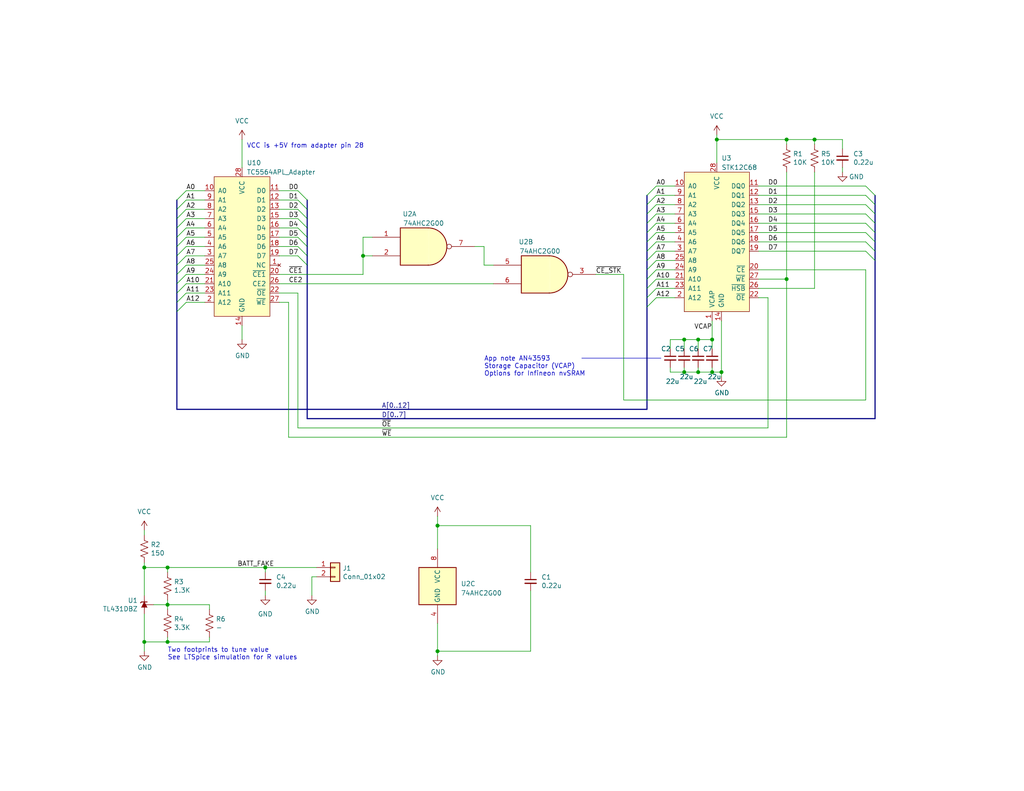
<source format=kicad_sch>
(kicad_sch (version 20230121) (generator eeschema)

  (uuid 00658701-1dc8-45ea-9626-70c1bab0ba47)

  (paper "USLetter")

  (title_block
    (title "6264_NVSRAM_MOD")
    (date "2022-11-12")
    (rev "V1")
    (comment 1 "Copyright Dr. Matthew Swabey")
  )

  (lib_symbols
    (symbol "74xGxx:74AHC2G00" (in_bom yes) (on_board yes)
      (property "Reference" "U" (at -2.54 3.81 0)
        (effects (font (size 1.27 1.27)))
      )
      (property "Value" "74AHC2G00" (at 0 -3.81 0)
        (effects (font (size 1.27 1.27)))
      )
      (property "Footprint" "" (at 0 0 0)
        (effects (font (size 1.27 1.27)) hide)
      )
      (property "Datasheet" "https://assets.nexperia.com/documents/data-sheet/74AHC_AHCT2G00.pdf" (at 0 0 0)
        (effects (font (size 1.27 1.27)) hide)
      )
      (property "ki_keywords" "Dual Gate NAND LVC CMOS" (at 0 0 0)
        (effects (font (size 1.27 1.27)) hide)
      )
      (property "ki_description" "Dual NAND Gate, High-speed Si-gate CMOS" (at 0 0 0)
        (effects (font (size 1.27 1.27)) hide)
      )
      (property "ki_fp_filters" "SSOP* VSSOP*" (at 0 0 0)
        (effects (font (size 1.27 1.27)) hide)
      )
      (symbol "74AHC2G00_1_1"
        (arc (start 0 -5.08) (mid 5.0579 0) (end 0 5.08)
          (stroke (width 0.254) (type default))
          (fill (type background))
        )
        (polyline
          (pts
            (xy 0 -5.08)
            (xy -7.62 -5.08)
            (xy -7.62 5.08)
            (xy 0 5.08)
          )
          (stroke (width 0.254) (type default))
          (fill (type background))
        )
        (pin input line (at -15.24 2.54 0) (length 7.62)
          (name "~" (effects (font (size 1.27 1.27))))
          (number "1" (effects (font (size 1.27 1.27))))
        )
        (pin input line (at -15.24 -2.54 0) (length 7.62)
          (name "~" (effects (font (size 1.27 1.27))))
          (number "2" (effects (font (size 1.27 1.27))))
        )
        (pin output inverted (at 12.7 0 180) (length 7.62)
          (name "~" (effects (font (size 1.27 1.27))))
          (number "7" (effects (font (size 1.27 1.27))))
        )
      )
      (symbol "74AHC2G00_2_1"
        (arc (start 0 -5.08) (mid 5.0579 0) (end 0 5.08)
          (stroke (width 0.254) (type default))
          (fill (type background))
        )
        (polyline
          (pts
            (xy 0 -5.08)
            (xy -7.62 -5.08)
            (xy -7.62 5.08)
            (xy 0 5.08)
          )
          (stroke (width 0.254) (type default))
          (fill (type background))
        )
        (pin output inverted (at 12.7 0 180) (length 7.62)
          (name "~" (effects (font (size 1.27 1.27))))
          (number "3" (effects (font (size 1.27 1.27))))
        )
        (pin input line (at -15.24 2.54 0) (length 7.62)
          (name "~" (effects (font (size 1.27 1.27))))
          (number "5" (effects (font (size 1.27 1.27))))
        )
        (pin input line (at -15.24 -2.54 0) (length 7.62)
          (name "~" (effects (font (size 1.27 1.27))))
          (number "6" (effects (font (size 1.27 1.27))))
        )
      )
      (symbol "74AHC2G00_3_0"
        (rectangle (start -5.08 -5.08) (end 5.08 5.08)
          (stroke (width 0.254) (type default))
          (fill (type background))
        )
      )
      (symbol "74AHC2G00_3_1"
        (pin power_in line (at 0 -10.16 90) (length 5.08)
          (name "GND" (effects (font (size 1.27 1.27))))
          (number "4" (effects (font (size 1.27 1.27))))
        )
        (pin power_in line (at 0 10.16 270) (length 5.08)
          (name "VCC" (effects (font (size 1.27 1.27))))
          (number "8" (effects (font (size 1.27 1.27))))
        )
      )
    )
    (symbol "Connector_Generic:Conn_01x02" (pin_names (offset 1.016) hide) (in_bom yes) (on_board yes)
      (property "Reference" "J" (at 0 2.54 0)
        (effects (font (size 1.27 1.27)))
      )
      (property "Value" "Conn_01x02" (at 0 -5.08 0)
        (effects (font (size 1.27 1.27)))
      )
      (property "Footprint" "" (at 0 0 0)
        (effects (font (size 1.27 1.27)) hide)
      )
      (property "Datasheet" "~" (at 0 0 0)
        (effects (font (size 1.27 1.27)) hide)
      )
      (property "ki_keywords" "connector" (at 0 0 0)
        (effects (font (size 1.27 1.27)) hide)
      )
      (property "ki_description" "Generic connector, single row, 01x02, script generated (kicad-library-utils/schlib/autogen/connector/)" (at 0 0 0)
        (effects (font (size 1.27 1.27)) hide)
      )
      (property "ki_fp_filters" "Connector*:*_1x??_*" (at 0 0 0)
        (effects (font (size 1.27 1.27)) hide)
      )
      (symbol "Conn_01x02_1_1"
        (rectangle (start -1.27 -2.413) (end 0 -2.667)
          (stroke (width 0.1524) (type default))
          (fill (type none))
        )
        (rectangle (start -1.27 0.127) (end 0 -0.127)
          (stroke (width 0.1524) (type default))
          (fill (type none))
        )
        (rectangle (start -1.27 1.27) (end 1.27 -3.81)
          (stroke (width 0.254) (type default))
          (fill (type background))
        )
        (pin passive line (at -5.08 0 0) (length 3.81)
          (name "Pin_1" (effects (font (size 1.27 1.27))))
          (number "1" (effects (font (size 1.27 1.27))))
        )
        (pin passive line (at -5.08 -2.54 0) (length 3.81)
          (name "Pin_2" (effects (font (size 1.27 1.27))))
          (number "2" (effects (font (size 1.27 1.27))))
        )
      )
    )
    (symbol "Device:C_Small" (pin_numbers hide) (pin_names (offset 0.254) hide) (in_bom yes) (on_board yes)
      (property "Reference" "C" (at 0.254 1.778 0)
        (effects (font (size 1.27 1.27)) (justify left))
      )
      (property "Value" "C_Small" (at 0.254 -2.032 0)
        (effects (font (size 1.27 1.27)) (justify left))
      )
      (property "Footprint" "" (at 0 0 0)
        (effects (font (size 1.27 1.27)) hide)
      )
      (property "Datasheet" "~" (at 0 0 0)
        (effects (font (size 1.27 1.27)) hide)
      )
      (property "ki_keywords" "capacitor cap" (at 0 0 0)
        (effects (font (size 1.27 1.27)) hide)
      )
      (property "ki_description" "Unpolarized capacitor, small symbol" (at 0 0 0)
        (effects (font (size 1.27 1.27)) hide)
      )
      (property "ki_fp_filters" "C_*" (at 0 0 0)
        (effects (font (size 1.27 1.27)) hide)
      )
      (symbol "C_Small_0_1"
        (polyline
          (pts
            (xy -1.524 -0.508)
            (xy 1.524 -0.508)
          )
          (stroke (width 0.3302) (type default))
          (fill (type none))
        )
        (polyline
          (pts
            (xy -1.524 0.508)
            (xy 1.524 0.508)
          )
          (stroke (width 0.3048) (type default))
          (fill (type none))
        )
      )
      (symbol "C_Small_1_1"
        (pin passive line (at 0 2.54 270) (length 2.032)
          (name "~" (effects (font (size 1.27 1.27))))
          (number "1" (effects (font (size 1.27 1.27))))
        )
        (pin passive line (at 0 -2.54 90) (length 2.032)
          (name "~" (effects (font (size 1.27 1.27))))
          (number "2" (effects (font (size 1.27 1.27))))
        )
      )
    )
    (symbol "Device:R_US" (pin_numbers hide) (pin_names (offset 0)) (in_bom yes) (on_board yes)
      (property "Reference" "R" (at 2.54 0 90)
        (effects (font (size 1.27 1.27)))
      )
      (property "Value" "R_US" (at -2.54 0 90)
        (effects (font (size 1.27 1.27)))
      )
      (property "Footprint" "" (at 1.016 -0.254 90)
        (effects (font (size 1.27 1.27)) hide)
      )
      (property "Datasheet" "~" (at 0 0 0)
        (effects (font (size 1.27 1.27)) hide)
      )
      (property "ki_keywords" "R res resistor" (at 0 0 0)
        (effects (font (size 1.27 1.27)) hide)
      )
      (property "ki_description" "Resistor, US symbol" (at 0 0 0)
        (effects (font (size 1.27 1.27)) hide)
      )
      (property "ki_fp_filters" "R_*" (at 0 0 0)
        (effects (font (size 1.27 1.27)) hide)
      )
      (symbol "R_US_0_1"
        (polyline
          (pts
            (xy 0 -2.286)
            (xy 0 -2.54)
          )
          (stroke (width 0) (type default))
          (fill (type none))
        )
        (polyline
          (pts
            (xy 0 2.286)
            (xy 0 2.54)
          )
          (stroke (width 0) (type default))
          (fill (type none))
        )
        (polyline
          (pts
            (xy 0 -0.762)
            (xy 1.016 -1.143)
            (xy 0 -1.524)
            (xy -1.016 -1.905)
            (xy 0 -2.286)
          )
          (stroke (width 0) (type default))
          (fill (type none))
        )
        (polyline
          (pts
            (xy 0 0.762)
            (xy 1.016 0.381)
            (xy 0 0)
            (xy -1.016 -0.381)
            (xy 0 -0.762)
          )
          (stroke (width 0) (type default))
          (fill (type none))
        )
        (polyline
          (pts
            (xy 0 2.286)
            (xy 1.016 1.905)
            (xy 0 1.524)
            (xy -1.016 1.143)
            (xy 0 0.762)
          )
          (stroke (width 0) (type default))
          (fill (type none))
        )
      )
      (symbol "R_US_1_1"
        (pin passive line (at 0 3.81 270) (length 1.27)
          (name "~" (effects (font (size 1.27 1.27))))
          (number "1" (effects (font (size 1.27 1.27))))
        )
        (pin passive line (at 0 -3.81 90) (length 1.27)
          (name "~" (effects (font (size 1.27 1.27))))
          (number "2" (effects (font (size 1.27 1.27))))
        )
      )
    )
    (symbol "Memory_NVRAM_Cypress:STK12C68" (pin_names (offset 1.016)) (in_bom yes) (on_board yes)
      (property "Reference" "U" (at -8.89 20.32 0)
        (effects (font (size 1.27 1.27)))
      )
      (property "Value" "STK12C68" (at 7.62 -20.32 0)
        (effects (font (size 1.27 1.27)))
      )
      (property "Footprint" "Package_SO_Cypress:SOIC-28W_8.7x18.4mm_P1.27mm" (at -8.89 20.32 0)
        (effects (font (size 1.27 1.27)) hide)
      )
      (property "Datasheet" "https://www.infineon.com/dgdl/Infineon-STK12C68_64_Kbit_(8_K_x_8)_AutoStore_nvSRAM_Datasheet-AdditionalTechnicalInformation-v09_00-EN.pdf" (at -8.89 20.32 0)
        (effects (font (size 1.27 1.27)) hide)
      )
      (property "ki_description" "64 Kbit (8 K x 8) AutoStore nvSRAM" (at 0 0 0)
        (effects (font (size 1.27 1.27)) hide)
      )
      (symbol "STK12C68_0_1"
        (rectangle (start -8.89 19.05) (end 8.89 -19.05)
          (stroke (width 0) (type default))
          (fill (type background))
        )
      )
      (symbol "STK12C68_1_1"
        (pin power_out line (at -1.27 -21.59 90) (length 2.54)
          (name "VCAP" (effects (font (size 1.27 1.27))))
          (number "1" (effects (font (size 1.27 1.27))))
        )
        (pin input line (at -11.43 15.24 0) (length 2.54)
          (name "A0" (effects (font (size 1.27 1.27))))
          (number "10" (effects (font (size 1.27 1.27))))
        )
        (pin tri_state line (at 11.43 15.24 180) (length 2.54)
          (name "DQ0" (effects (font (size 1.27 1.27))))
          (number "11" (effects (font (size 1.27 1.27))))
        )
        (pin tri_state line (at 11.43 12.7 180) (length 2.54)
          (name "DQ1" (effects (font (size 1.27 1.27))))
          (number "12" (effects (font (size 1.27 1.27))))
        )
        (pin tri_state line (at 11.43 10.16 180) (length 2.54)
          (name "DQ2" (effects (font (size 1.27 1.27))))
          (number "13" (effects (font (size 1.27 1.27))))
        )
        (pin power_in line (at 1.27 -21.59 90) (length 2.54)
          (name "GND" (effects (font (size 1.27 1.27))))
          (number "14" (effects (font (size 1.27 1.27))))
        )
        (pin tri_state line (at 11.43 7.62 180) (length 2.54)
          (name "DQ3" (effects (font (size 1.27 1.27))))
          (number "15" (effects (font (size 1.27 1.27))))
        )
        (pin tri_state line (at 11.43 5.08 180) (length 2.54)
          (name "DQ4" (effects (font (size 1.27 1.27))))
          (number "16" (effects (font (size 1.27 1.27))))
        )
        (pin tri_state line (at 11.43 2.54 180) (length 2.54)
          (name "DQ5" (effects (font (size 1.27 1.27))))
          (number "17" (effects (font (size 1.27 1.27))))
        )
        (pin tri_state line (at 11.43 0 180) (length 2.54)
          (name "DQ6" (effects (font (size 1.27 1.27))))
          (number "18" (effects (font (size 1.27 1.27))))
        )
        (pin tri_state line (at 11.43 -2.54 180) (length 2.54)
          (name "DQ7" (effects (font (size 1.27 1.27))))
          (number "19" (effects (font (size 1.27 1.27))))
        )
        (pin input line (at -11.43 -15.24 0) (length 2.54)
          (name "A12" (effects (font (size 1.27 1.27))))
          (number "2" (effects (font (size 1.27 1.27))))
        )
        (pin input line (at 11.43 -7.62 180) (length 2.54)
          (name "~{CE}" (effects (font (size 1.27 1.27))))
          (number "20" (effects (font (size 1.27 1.27))))
        )
        (pin input line (at -11.43 -10.16 0) (length 2.54)
          (name "A10" (effects (font (size 1.27 1.27))))
          (number "21" (effects (font (size 1.27 1.27))))
        )
        (pin input line (at 11.43 -15.24 180) (length 2.54)
          (name "~{OE}" (effects (font (size 1.27 1.27))))
          (number "22" (effects (font (size 1.27 1.27))))
        )
        (pin input line (at -11.43 -12.7 0) (length 2.54)
          (name "A11" (effects (font (size 1.27 1.27))))
          (number "23" (effects (font (size 1.27 1.27))))
        )
        (pin input line (at -11.43 -7.62 0) (length 2.54)
          (name "A9" (effects (font (size 1.27 1.27))))
          (number "24" (effects (font (size 1.27 1.27))))
        )
        (pin input line (at -11.43 -5.08 0) (length 2.54)
          (name "A8" (effects (font (size 1.27 1.27))))
          (number "25" (effects (font (size 1.27 1.27))))
        )
        (pin input line (at 11.43 -12.7 180) (length 2.54)
          (name "~{HSB}" (effects (font (size 1.27 1.27))))
          (number "26" (effects (font (size 1.27 1.27))))
        )
        (pin input line (at 11.43 -10.16 180) (length 2.54)
          (name "~{WE}" (effects (font (size 1.27 1.27))))
          (number "27" (effects (font (size 1.27 1.27))))
        )
        (pin power_in line (at 0 21.59 270) (length 2.54)
          (name "VCC" (effects (font (size 1.27 1.27))))
          (number "28" (effects (font (size 1.27 1.27))))
        )
        (pin input line (at -11.43 -2.54 0) (length 2.54)
          (name "A7" (effects (font (size 1.27 1.27))))
          (number "3" (effects (font (size 1.27 1.27))))
        )
        (pin input line (at -11.43 0 0) (length 2.54)
          (name "A6" (effects (font (size 1.27 1.27))))
          (number "4" (effects (font (size 1.27 1.27))))
        )
        (pin input line (at -11.43 2.54 0) (length 2.54)
          (name "A5" (effects (font (size 1.27 1.27))))
          (number "5" (effects (font (size 1.27 1.27))))
        )
        (pin input line (at -11.43 5.08 0) (length 2.54)
          (name "A4" (effects (font (size 1.27 1.27))))
          (number "6" (effects (font (size 1.27 1.27))))
        )
        (pin input line (at -11.43 7.62 0) (length 2.54)
          (name "A3" (effects (font (size 1.27 1.27))))
          (number "7" (effects (font (size 1.27 1.27))))
        )
        (pin input line (at -11.43 10.16 0) (length 2.54)
          (name "A2" (effects (font (size 1.27 1.27))))
          (number "8" (effects (font (size 1.27 1.27))))
        )
        (pin input line (at -11.43 12.7 0) (length 2.54)
          (name "A1" (effects (font (size 1.27 1.27))))
          (number "9" (effects (font (size 1.27 1.27))))
        )
      )
    )
    (symbol "Memory_RAM_Toshiba:TC5564APL_Adapter" (pin_names (offset 1.016)) (in_bom yes) (on_board yes)
      (property "Reference" "U" (at -7.62 20.32 0)
        (effects (font (size 1.27 1.27)))
      )
      (property "Value" "TC5564APL_Adapter" (at 10.16 -20.32 0)
        (effects (font (size 1.27 1.27)))
      )
      (property "Footprint" "Package_DIP_Adapter:DIP-28_W15.24mm_Socket_Adapter" (at -7.62 20.32 0)
        (effects (font (size 1.27 1.27)) hide)
      )
      (property "Datasheet" "" (at -7.62 20.32 0)
        (effects (font (size 1.27 1.27)) hide)
      )
      (property "ki_keywords" "SRAM" (at 0 0 0)
        (effects (font (size 1.27 1.27)) hide)
      )
      (property "ki_description" "Replace the 8192 word x 8 bit CMOS Static RAM" (at 0 0 0)
        (effects (font (size 1.27 1.27)) hide)
      )
      (symbol "TC5564APL_Adapter_0_1"
        (rectangle (start -7.62 19.05) (end 7.62 -19.05)
          (stroke (width 0) (type default))
          (fill (type background))
        )
      )
      (symbol "TC5564APL_Adapter_1_1"
        (pin no_connect line (at 10.16 -5.08 180) (length 2.54)
          (name "NC" (effects (font (size 1.27 1.27))))
          (number "1" (effects (font (size 1.27 1.27))))
        )
        (pin output line (at -10.16 15.24 0) (length 2.54)
          (name "A0" (effects (font (size 1.27 1.27))))
          (number "10" (effects (font (size 1.27 1.27))))
        )
        (pin tri_state line (at 10.16 15.24 180) (length 2.54)
          (name "D0" (effects (font (size 1.27 1.27))))
          (number "11" (effects (font (size 1.27 1.27))))
        )
        (pin tri_state line (at 10.16 12.7 180) (length 2.54)
          (name "D1" (effects (font (size 1.27 1.27))))
          (number "12" (effects (font (size 1.27 1.27))))
        )
        (pin tri_state line (at 10.16 10.16 180) (length 2.54)
          (name "D2" (effects (font (size 1.27 1.27))))
          (number "13" (effects (font (size 1.27 1.27))))
        )
        (pin power_out line (at 0 -21.59 90) (length 2.54)
          (name "GND" (effects (font (size 1.27 1.27))))
          (number "14" (effects (font (size 1.27 1.27))))
        )
        (pin tri_state line (at 10.16 7.62 180) (length 2.54)
          (name "D3" (effects (font (size 1.27 1.27))))
          (number "15" (effects (font (size 1.27 1.27))))
        )
        (pin tri_state line (at 10.16 5.08 180) (length 2.54)
          (name "D4" (effects (font (size 1.27 1.27))))
          (number "16" (effects (font (size 1.27 1.27))))
        )
        (pin tri_state line (at 10.16 2.54 180) (length 2.54)
          (name "D5" (effects (font (size 1.27 1.27))))
          (number "17" (effects (font (size 1.27 1.27))))
        )
        (pin tri_state line (at 10.16 0 180) (length 2.54)
          (name "D6" (effects (font (size 1.27 1.27))))
          (number "18" (effects (font (size 1.27 1.27))))
        )
        (pin tri_state line (at 10.16 -2.54 180) (length 2.54)
          (name "D7" (effects (font (size 1.27 1.27))))
          (number "19" (effects (font (size 1.27 1.27))))
        )
        (pin output line (at -10.16 -15.24 0) (length 2.54)
          (name "A12" (effects (font (size 1.27 1.27))))
          (number "2" (effects (font (size 1.27 1.27))))
        )
        (pin output line (at 10.16 -7.62 180) (length 2.54)
          (name "~{CE1}" (effects (font (size 1.27 1.27))))
          (number "20" (effects (font (size 1.27 1.27))))
        )
        (pin output line (at -10.16 -10.16 0) (length 2.54)
          (name "A10" (effects (font (size 1.27 1.27))))
          (number "21" (effects (font (size 1.27 1.27))))
        )
        (pin output line (at 10.16 -12.7 180) (length 2.54)
          (name "~{OE}" (effects (font (size 1.27 1.27))))
          (number "22" (effects (font (size 1.27 1.27))))
        )
        (pin output line (at -10.16 -12.7 0) (length 2.54)
          (name "A11" (effects (font (size 1.27 1.27))))
          (number "23" (effects (font (size 1.27 1.27))))
        )
        (pin output line (at -10.16 -7.62 0) (length 2.54)
          (name "A9" (effects (font (size 1.27 1.27))))
          (number "24" (effects (font (size 1.27 1.27))))
        )
        (pin output line (at -10.16 -5.08 0) (length 2.54)
          (name "A8" (effects (font (size 1.27 1.27))))
          (number "25" (effects (font (size 1.27 1.27))))
        )
        (pin output line (at 10.16 -10.16 180) (length 2.54)
          (name "CE2" (effects (font (size 1.27 1.27))))
          (number "26" (effects (font (size 1.27 1.27))))
        )
        (pin output line (at 10.16 -15.24 180) (length 2.54)
          (name "~{WE}" (effects (font (size 1.27 1.27))))
          (number "27" (effects (font (size 1.27 1.27))))
        )
        (pin power_out line (at 0 21.59 270) (length 2.54)
          (name "VCC" (effects (font (size 1.27 1.27))))
          (number "28" (effects (font (size 1.27 1.27))))
        )
        (pin output line (at -10.16 -2.54 0) (length 2.54)
          (name "A7" (effects (font (size 1.27 1.27))))
          (number "3" (effects (font (size 1.27 1.27))))
        )
        (pin output line (at -10.16 0 0) (length 2.54)
          (name "A6" (effects (font (size 1.27 1.27))))
          (number "4" (effects (font (size 1.27 1.27))))
        )
        (pin output line (at -10.16 2.54 0) (length 2.54)
          (name "A5" (effects (font (size 1.27 1.27))))
          (number "5" (effects (font (size 1.27 1.27))))
        )
        (pin output line (at -10.16 5.08 0) (length 2.54)
          (name "A4" (effects (font (size 1.27 1.27))))
          (number "6" (effects (font (size 1.27 1.27))))
        )
        (pin output line (at -10.16 7.62 0) (length 2.54)
          (name "A3" (effects (font (size 1.27 1.27))))
          (number "7" (effects (font (size 1.27 1.27))))
        )
        (pin output line (at -10.16 10.16 0) (length 2.54)
          (name "A2" (effects (font (size 1.27 1.27))))
          (number "8" (effects (font (size 1.27 1.27))))
        )
        (pin output line (at -10.16 12.7 0) (length 2.54)
          (name "A1" (effects (font (size 1.27 1.27))))
          (number "9" (effects (font (size 1.27 1.27))))
        )
      )
    )
    (symbol "Reference_Voltage:TL431DBZ" (pin_numbers hide) (pin_names hide) (in_bom yes) (on_board yes)
      (property "Reference" "U" (at -2.54 2.54 0)
        (effects (font (size 1.27 1.27)))
      )
      (property "Value" "TL431DBZ" (at 0 -2.54 0)
        (effects (font (size 1.27 1.27)))
      )
      (property "Footprint" "Package_TO_SOT_SMD:SOT-23" (at 0 -3.81 0)
        (effects (font (size 1.27 1.27) italic) hide)
      )
      (property "Datasheet" "http://www.ti.com/lit/ds/symlink/tl431.pdf" (at 0 0 0)
        (effects (font (size 1.27 1.27) italic) hide)
      )
      (property "ki_keywords" "diode device shunt regulator" (at 0 0 0)
        (effects (font (size 1.27 1.27)) hide)
      )
      (property "ki_description" "Shunt Regulator, SOT-23" (at 0 0 0)
        (effects (font (size 1.27 1.27)) hide)
      )
      (property "ki_fp_filters" "SOT?23*" (at 0 0 0)
        (effects (font (size 1.27 1.27)) hide)
      )
      (symbol "TL431DBZ_0_1"
        (polyline
          (pts
            (xy -1.27 0)
            (xy 0 0)
            (xy 1.27 0)
          )
          (stroke (width 0) (type default))
          (fill (type none))
        )
        (polyline
          (pts
            (xy -0.762 0.762)
            (xy 0.762 0)
            (xy -0.762 -0.762)
          )
          (stroke (width 0) (type default))
          (fill (type outline))
        )
        (polyline
          (pts
            (xy 0.508 -1.016)
            (xy 0.762 -0.762)
            (xy 0.762 0.762)
            (xy 0.762 0.762)
          )
          (stroke (width 0.254) (type default))
          (fill (type none))
        )
      )
      (symbol "TL431DBZ_1_1"
        (pin passive line (at 2.54 0 180) (length 2.54)
          (name "K" (effects (font (size 1.27 1.27))))
          (number "1" (effects (font (size 1.27 1.27))))
        )
        (pin passive line (at 0 2.54 270) (length 2.54)
          (name "REF" (effects (font (size 1.27 1.27))))
          (number "2" (effects (font (size 1.27 1.27))))
        )
        (pin passive line (at -2.54 0 0) (length 2.54)
          (name "A" (effects (font (size 1.27 1.27))))
          (number "3" (effects (font (size 1.27 1.27))))
        )
      )
    )
    (symbol "power:GND" (power) (pin_names (offset 0)) (in_bom yes) (on_board yes)
      (property "Reference" "#PWR" (at 0 -6.35 0)
        (effects (font (size 1.27 1.27)) hide)
      )
      (property "Value" "GND" (at 0 -3.81 0)
        (effects (font (size 1.27 1.27)))
      )
      (property "Footprint" "" (at 0 0 0)
        (effects (font (size 1.27 1.27)) hide)
      )
      (property "Datasheet" "" (at 0 0 0)
        (effects (font (size 1.27 1.27)) hide)
      )
      (property "ki_keywords" "global power" (at 0 0 0)
        (effects (font (size 1.27 1.27)) hide)
      )
      (property "ki_description" "Power symbol creates a global label with name \"GND\" , ground" (at 0 0 0)
        (effects (font (size 1.27 1.27)) hide)
      )
      (symbol "GND_0_1"
        (polyline
          (pts
            (xy 0 0)
            (xy 0 -1.27)
            (xy 1.27 -1.27)
            (xy 0 -2.54)
            (xy -1.27 -1.27)
            (xy 0 -1.27)
          )
          (stroke (width 0) (type default))
          (fill (type none))
        )
      )
      (symbol "GND_1_1"
        (pin power_in line (at 0 0 270) (length 0) hide
          (name "GND" (effects (font (size 1.27 1.27))))
          (number "1" (effects (font (size 1.27 1.27))))
        )
      )
    )
    (symbol "power:VCC" (power) (pin_names (offset 0)) (in_bom yes) (on_board yes)
      (property "Reference" "#PWR" (at 0 -3.81 0)
        (effects (font (size 1.27 1.27)) hide)
      )
      (property "Value" "VCC" (at 0 3.81 0)
        (effects (font (size 1.27 1.27)))
      )
      (property "Footprint" "" (at 0 0 0)
        (effects (font (size 1.27 1.27)) hide)
      )
      (property "Datasheet" "" (at 0 0 0)
        (effects (font (size 1.27 1.27)) hide)
      )
      (property "ki_keywords" "global power" (at 0 0 0)
        (effects (font (size 1.27 1.27)) hide)
      )
      (property "ki_description" "Power symbol creates a global label with name \"VCC\"" (at 0 0 0)
        (effects (font (size 1.27 1.27)) hide)
      )
      (symbol "VCC_0_1"
        (polyline
          (pts
            (xy -0.762 1.27)
            (xy 0 2.54)
          )
          (stroke (width 0) (type default))
          (fill (type none))
        )
        (polyline
          (pts
            (xy 0 0)
            (xy 0 2.54)
          )
          (stroke (width 0) (type default))
          (fill (type none))
        )
        (polyline
          (pts
            (xy 0 2.54)
            (xy 0.762 1.27)
          )
          (stroke (width 0) (type default))
          (fill (type none))
        )
      )
      (symbol "VCC_1_1"
        (pin power_in line (at 0 0 90) (length 0) hide
          (name "VCC" (effects (font (size 1.27 1.27))))
          (number "1" (effects (font (size 1.27 1.27))))
        )
      )
    )
  )

  (junction (at 45.72 175.26) (diameter 0) (color 0 0 0 0)
    (uuid 0f0a2a38-efbb-429b-bae7-6eacd5e5b87c)
  )
  (junction (at 45.72 154.94) (diameter 0) (color 0 0 0 0)
    (uuid 121a16cd-3ae2-4f56-aaac-5bfde85b50b4)
  )
  (junction (at 39.37 175.26) (diameter 0) (color 0 0 0 0)
    (uuid 18fa5d41-ece9-4ef5-ac32-953d26fd4c5f)
  )
  (junction (at 195.58 38.1) (diameter 0) (color 0 0 0 0)
    (uuid 2370e541-ee49-442f-b81e-71b1c2d26ff1)
  )
  (junction (at 119.38 177.8) (diameter 0) (color 0 0 0 0)
    (uuid 2732c230-5fc7-4e2d-9a05-555997317042)
  )
  (junction (at 119.38 143.51) (diameter 0) (color 0 0 0 0)
    (uuid 479c0ebf-f027-4806-9587-0ce48adc354d)
  )
  (junction (at 214.63 76.2) (diameter 0) (color 0 0 0 0)
    (uuid 4b6a2317-4862-4aec-8152-45427a46e143)
  )
  (junction (at 72.39 154.94) (diameter 0) (color 0 0 0 0)
    (uuid 4cf075d7-f3ff-46ec-9aec-7582b74d6bf3)
  )
  (junction (at 190.5 101.6) (diameter 0) (color 0 0 0 0)
    (uuid 5a8806a9-b08b-4d66-b24b-c8128b1bec3d)
  )
  (junction (at 194.31 101.6) (diameter 0) (color 0 0 0 0)
    (uuid 6a56663f-93ca-447f-9ddd-61604afb5629)
  )
  (junction (at 186.69 92.71) (diameter 0) (color 0 0 0 0)
    (uuid 7ea0c0fb-e3ab-4225-8923-3844ef158862)
  )
  (junction (at 196.85 101.6) (diameter 0) (color 0 0 0 0)
    (uuid 9ba99d6a-f4bb-49be-a93a-e41227665e54)
  )
  (junction (at 194.31 92.71) (diameter 0) (color 0 0 0 0)
    (uuid bca08a34-3d8d-4688-bf80-993277cbbd1e)
  )
  (junction (at 39.37 154.94) (diameter 0) (color 0 0 0 0)
    (uuid bd950cd3-9409-462d-a613-1e1ce3359c17)
  )
  (junction (at 214.63 38.1) (diameter 0) (color 0 0 0 0)
    (uuid d8378866-c4c6-4f4a-a991-c6579895b051)
  )
  (junction (at 186.69 101.6) (diameter 0) (color 0 0 0 0)
    (uuid d8e22765-bc74-41c6-bb7b-be77abf50fe7)
  )
  (junction (at 45.72 165.1) (diameter 0) (color 0 0 0 0)
    (uuid dcb5aaa7-834f-4412-a212-1e2faacd06c8)
  )
  (junction (at 222.25 38.1) (diameter 0) (color 0 0 0 0)
    (uuid e2e4f887-fafe-4361-92ca-8b14b4bdc14e)
  )
  (junction (at 99.06 69.85) (diameter 0) (color 0 0 0 0)
    (uuid edd6cc93-f1b3-40f1-b093-152093cb81b7)
  )
  (junction (at 190.5 92.71) (diameter 0) (color 0 0 0 0)
    (uuid f1b6f08b-7214-4859-87f2-4a250755fb39)
  )

  (bus_entry (at 81.28 62.23) (size 2.54 2.54)
    (stroke (width 0) (type default))
    (uuid 0508424a-2443-4767-93e8-0f839bf4c090)
  )
  (bus_entry (at 236.22 63.5) (size 2.54 2.54)
    (stroke (width 0) (type default))
    (uuid 179a7451-778b-49b6-87a9-75a1de840b4c)
  )
  (bus_entry (at 48.26 69.85) (size 2.54 -2.54)
    (stroke (width 0) (type default))
    (uuid 2c12d9b0-c668-428b-a3ee-41a2f6d10c85)
  )
  (bus_entry (at 176.53 73.66) (size 2.54 -2.54)
    (stroke (width 0) (type default))
    (uuid 37c88eaf-0eeb-4c7a-8364-d00229a91928)
  )
  (bus_entry (at 236.22 66.04) (size 2.54 2.54)
    (stroke (width 0) (type default))
    (uuid 3b1abe3f-dab2-4678-a691-42f93ca3c306)
  )
  (bus_entry (at 176.53 63.5) (size 2.54 -2.54)
    (stroke (width 0) (type default))
    (uuid 3efb5bcb-ad6b-494c-ae65-08cbf83cc570)
  )
  (bus_entry (at 81.28 57.15) (size 2.54 2.54)
    (stroke (width 0) (type default))
    (uuid 447a538f-8a14-45e8-98b7-083493d04eef)
  )
  (bus_entry (at 48.26 72.39) (size 2.54 -2.54)
    (stroke (width 0) (type default))
    (uuid 4a221e84-0f28-4968-87da-42be18969d6b)
  )
  (bus_entry (at 48.26 80.01) (size 2.54 -2.54)
    (stroke (width 0) (type default))
    (uuid 4aa37346-8cb7-4575-b40a-cbb2f0ed2f2e)
  )
  (bus_entry (at 48.26 77.47) (size 2.54 -2.54)
    (stroke (width 0) (type default))
    (uuid 4e1f7bf4-962b-44ee-a768-34e38c496d76)
  )
  (bus_entry (at 176.53 58.42) (size 2.54 -2.54)
    (stroke (width 0) (type default))
    (uuid 5086c52d-38c0-4494-8a14-690ce308c4d0)
  )
  (bus_entry (at 236.22 53.34) (size 2.54 2.54)
    (stroke (width 0) (type default))
    (uuid 5457d9aa-6012-48d6-8370-3e850a044eae)
  )
  (bus_entry (at 236.22 58.42) (size 2.54 2.54)
    (stroke (width 0) (type default))
    (uuid 573846e8-e184-4e1d-b2b7-d26ff652ce7b)
  )
  (bus_entry (at 81.28 54.61) (size 2.54 2.54)
    (stroke (width 0) (type default))
    (uuid 581834ab-e3ce-426d-a0cc-1bd406d1c6ac)
  )
  (bus_entry (at 176.53 81.28) (size 2.54 -2.54)
    (stroke (width 0) (type default))
    (uuid 5fa64b8a-743b-4a43-ba8d-9ac732a14776)
  )
  (bus_entry (at 176.53 71.12) (size 2.54 -2.54)
    (stroke (width 0) (type default))
    (uuid 628ab980-b6b1-4828-ac2d-527b2c101ce8)
  )
  (bus_entry (at 48.26 82.55) (size 2.54 -2.54)
    (stroke (width 0) (type default))
    (uuid 64adb6be-7131-4189-b221-6a3fa52fefdd)
  )
  (bus_entry (at 81.28 59.69) (size 2.54 2.54)
    (stroke (width 0) (type default))
    (uuid 65041f21-2069-44d7-8a9c-bea471e6a5f0)
  )
  (bus_entry (at 176.53 76.2) (size 2.54 -2.54)
    (stroke (width 0) (type default))
    (uuid 71b88b22-00c5-4a36-a10f-08444fbe04c7)
  )
  (bus_entry (at 48.26 57.15) (size 2.54 -2.54)
    (stroke (width 0) (type default))
    (uuid 71c85676-18d8-4752-b9ef-41b07b3c3849)
  )
  (bus_entry (at 176.53 78.74) (size 2.54 -2.54)
    (stroke (width 0) (type default))
    (uuid 775ec936-b4b6-4f25-b3f4-dbb19a7f901e)
  )
  (bus_entry (at 81.28 52.07) (size 2.54 2.54)
    (stroke (width 0) (type default))
    (uuid 7e18495f-a50c-4614-830f-7e06f553c407)
  )
  (bus_entry (at 48.26 74.93) (size 2.54 -2.54)
    (stroke (width 0) (type default))
    (uuid 82b6c3d4-0483-4fcc-a882-44d0a5ec3265)
  )
  (bus_entry (at 48.26 64.77) (size 2.54 -2.54)
    (stroke (width 0) (type default))
    (uuid 83fba6a1-0c36-4b6a-a433-059f9a722892)
  )
  (bus_entry (at 48.26 54.61) (size 2.54 -2.54)
    (stroke (width 0) (type default))
    (uuid 913cab13-4d98-494d-9dfd-bc4b21dd6de7)
  )
  (bus_entry (at 176.53 53.34) (size 2.54 -2.54)
    (stroke (width 0) (type default))
    (uuid a9c17eb6-49fd-4840-87ce-e3f32676aabc)
  )
  (bus_entry (at 176.53 68.58) (size 2.54 -2.54)
    (stroke (width 0) (type default))
    (uuid b40db1d5-da52-46dc-8167-eb0ef3068e84)
  )
  (bus_entry (at 81.28 64.77) (size 2.54 2.54)
    (stroke (width 0) (type default))
    (uuid b43c600e-2c9d-4bda-a41c-39c59e71557f)
  )
  (bus_entry (at 48.26 62.23) (size 2.54 -2.54)
    (stroke (width 0) (type default))
    (uuid b446aa48-3b95-4d93-99dc-9a20e5ac8fad)
  )
  (bus_entry (at 236.22 50.8) (size 2.54 2.54)
    (stroke (width 0) (type default))
    (uuid b8bd4625-2bbb-4907-93e4-dbf452910028)
  )
  (bus_entry (at 48.26 67.31) (size 2.54 -2.54)
    (stroke (width 0) (type default))
    (uuid c1ce8e15-cdb6-4ed7-a2e7-c9a9de04b2a3)
  )
  (bus_entry (at 176.53 60.96) (size 2.54 -2.54)
    (stroke (width 0) (type default))
    (uuid c4be3f63-bb38-4d5d-91aa-cc965dcede4c)
  )
  (bus_entry (at 81.28 69.85) (size 2.54 2.54)
    (stroke (width 0) (type default))
    (uuid cfdbf394-7ac9-4070-838e-2ab8fda5cf94)
  )
  (bus_entry (at 81.28 67.31) (size 2.54 2.54)
    (stroke (width 0) (type default))
    (uuid e361171e-0378-4f6b-9ca7-77a9526c40df)
  )
  (bus_entry (at 236.22 55.88) (size 2.54 2.54)
    (stroke (width 0) (type default))
    (uuid e57ae287-3176-47a4-b1f4-fea523985070)
  )
  (bus_entry (at 176.53 66.04) (size 2.54 -2.54)
    (stroke (width 0) (type default))
    (uuid e75f8cea-7b88-4a47-9bf1-30c00984bbaa)
  )
  (bus_entry (at 176.53 83.82) (size 2.54 -2.54)
    (stroke (width 0) (type default))
    (uuid e95dba5b-8241-4d6d-886e-d0c6d8c7f758)
  )
  (bus_entry (at 48.26 85.09) (size 2.54 -2.54)
    (stroke (width 0) (type default))
    (uuid f0653526-a0bb-4288-a458-ad667225f4a0)
  )
  (bus_entry (at 236.22 68.58) (size 2.54 2.54)
    (stroke (width 0) (type default))
    (uuid f7bff219-a0fc-48a8-862b-1ce5eaf44ad2)
  )
  (bus_entry (at 176.53 55.88) (size 2.54 -2.54)
    (stroke (width 0) (type default))
    (uuid f7ceb055-1531-4073-978d-3098039bbadf)
  )
  (bus_entry (at 48.26 59.69) (size 2.54 -2.54)
    (stroke (width 0) (type default))
    (uuid fa6c11c4-c529-4558-801c-442dc58e32bc)
  )
  (bus_entry (at 236.22 60.96) (size 2.54 2.54)
    (stroke (width 0) (type default))
    (uuid fe984fc0-4ed4-4d2e-9c06-59bdf03f09c5)
  )

  (wire (pts (xy 186.69 92.71) (xy 186.69 95.25))
    (stroke (width 0) (type default))
    (uuid 01f2e167-499d-4ab0-b283-4ee37c118ef4)
  )
  (wire (pts (xy 144.78 143.51) (xy 119.38 143.51))
    (stroke (width 0) (type default))
    (uuid 02eb3252-3abc-4f2c-9eee-aa83a87d7a0e)
  )
  (wire (pts (xy 229.87 38.1) (xy 229.87 40.64))
    (stroke (width 0) (type default))
    (uuid 084138e9-2c0d-4520-a93d-b9da7648c60e)
  )
  (bus (pts (xy 238.76 66.04) (xy 238.76 68.58))
    (stroke (width 0) (type default))
    (uuid 0a56a818-7c64-4060-897b-7c4c809bdbc3)
  )

  (wire (pts (xy 132.08 67.31) (xy 132.08 72.39))
    (stroke (width 0) (type default))
    (uuid 0b4a528c-1ff2-466e-bbf1-5252e06f359f)
  )
  (wire (pts (xy 195.58 38.1) (xy 195.58 36.83))
    (stroke (width 0) (type default))
    (uuid 0c3b327b-6909-490c-a53a-771d9a5a09f0)
  )
  (wire (pts (xy 39.37 167.64) (xy 39.37 175.26))
    (stroke (width 0) (type default))
    (uuid 0c595816-4450-49f0-8530-2e38a5a0c9db)
  )
  (wire (pts (xy 72.39 154.94) (xy 86.36 154.94))
    (stroke (width 0) (type default))
    (uuid 115e02e6-c3f0-4e7d-9182-0b4691f450bb)
  )
  (wire (pts (xy 184.15 81.28) (xy 179.07 81.28))
    (stroke (width 0) (type default))
    (uuid 1653aed0-c375-4c92-b13b-22b5d2e9c1ba)
  )
  (wire (pts (xy 214.63 76.2) (xy 214.63 46.99))
    (stroke (width 0) (type default))
    (uuid 18cb074e-fbe9-4399-b782-58b5f8a9cbab)
  )
  (bus (pts (xy 48.26 74.93) (xy 48.26 77.47))
    (stroke (width 0) (type default))
    (uuid 19dec6ef-f46d-4676-a494-46733a574533)
  )
  (bus (pts (xy 83.82 62.23) (xy 83.82 64.77))
    (stroke (width 0) (type default))
    (uuid 1c4e8270-b6f3-4f28-a5d0-8542c655d3f1)
  )

  (wire (pts (xy 45.72 165.1) (xy 57.15 165.1))
    (stroke (width 0) (type default))
    (uuid 1cdb3334-3c63-4285-abb7-3815f32de655)
  )
  (bus (pts (xy 83.82 54.61) (xy 83.82 57.15))
    (stroke (width 0) (type default))
    (uuid 1d21cfd8-5016-45b1-bd79-7f5feff864b5)
  )

  (wire (pts (xy 184.15 76.2) (xy 179.07 76.2))
    (stroke (width 0) (type default))
    (uuid 1f148b69-caa3-4675-a193-c7d254479289)
  )
  (wire (pts (xy 55.88 82.55) (xy 50.8 82.55))
    (stroke (width 0) (type default))
    (uuid 1f5e71dc-8ccf-4a74-9515-4c165ad15ea7)
  )
  (wire (pts (xy 55.88 59.69) (xy 50.8 59.69))
    (stroke (width 0) (type default))
    (uuid 1fbb2975-ac8d-44aa-859c-c13e4394ceeb)
  )
  (bus (pts (xy 176.53 68.58) (xy 176.53 71.12))
    (stroke (width 0) (type default))
    (uuid 203f0027-5f48-427e-a401-6e5bade3d548)
  )

  (wire (pts (xy 76.2 64.77) (xy 81.28 64.77))
    (stroke (width 0) (type default))
    (uuid 21198931-e6ea-42c1-83db-f58ae829ba7f)
  )
  (bus (pts (xy 48.26 77.47) (xy 48.26 80.01))
    (stroke (width 0) (type default))
    (uuid 222a65db-12df-4ec9-a9cb-f24fab07df4a)
  )

  (wire (pts (xy 41.91 165.1) (xy 45.72 165.1))
    (stroke (width 0) (type default))
    (uuid 228abcc8-ebdc-4fd8-b31d-9c99f57c7a36)
  )
  (bus (pts (xy 83.82 114.3) (xy 238.76 114.3))
    (stroke (width 0) (type default))
    (uuid 22935e9a-8da1-4e8c-9031-92dc7dfcf5ff)
  )
  (bus (pts (xy 176.53 66.04) (xy 176.53 68.58))
    (stroke (width 0) (type default))
    (uuid 238f3e89-a55b-4c72-b6cd-b9133d650dd8)
  )

  (wire (pts (xy 99.06 64.77) (xy 99.06 69.85))
    (stroke (width 0) (type default))
    (uuid 2636e2e5-1360-4f1d-bfea-88c4398ce0cf)
  )
  (wire (pts (xy 222.25 78.74) (xy 207.01 78.74))
    (stroke (width 0) (type default))
    (uuid 2959c52c-3ad9-4cef-b900-b76aac4e7e00)
  )
  (bus (pts (xy 83.82 59.69) (xy 83.82 62.23))
    (stroke (width 0) (type default))
    (uuid 299ec75d-6539-466c-ac46-6e72f0e2a767)
  )

  (wire (pts (xy 222.25 38.1) (xy 222.25 39.37))
    (stroke (width 0) (type default))
    (uuid 29d6f36b-1af7-4204-a0fa-37c732fcefac)
  )
  (wire (pts (xy 194.31 92.71) (xy 190.5 92.71))
    (stroke (width 0) (type default))
    (uuid 2a6227e4-ae65-44c7-857e-9cfb26f7ce12)
  )
  (bus (pts (xy 83.82 67.31) (xy 83.82 69.85))
    (stroke (width 0) (type default))
    (uuid 2a903ad2-451a-45cd-abc7-79071ffcf5f5)
  )

  (wire (pts (xy 190.5 92.71) (xy 186.69 92.71))
    (stroke (width 0) (type default))
    (uuid 2d2e0236-6810-42ce-8fd7-a13528493f3f)
  )
  (wire (pts (xy 209.55 81.28) (xy 207.01 81.28))
    (stroke (width 0) (type default))
    (uuid 318f9988-0e3a-49cc-adeb-f7764005be31)
  )
  (wire (pts (xy 214.63 39.37) (xy 214.63 38.1))
    (stroke (width 0) (type default))
    (uuid 31e6a4c8-af7b-4faf-8a52-ddb454e7b1bc)
  )
  (wire (pts (xy 50.8 52.07) (xy 55.88 52.07))
    (stroke (width 0) (type default))
    (uuid 38b2f4e8-a587-4fab-9a2c-92a733be5db7)
  )
  (wire (pts (xy 184.15 68.58) (xy 179.07 68.58))
    (stroke (width 0) (type default))
    (uuid 38c44163-5e9d-49c3-816e-fdefecd40d5a)
  )
  (wire (pts (xy 39.37 177.8) (xy 39.37 175.26))
    (stroke (width 0) (type default))
    (uuid 3abeb4da-ea87-44cb-911c-63105410e3ea)
  )
  (wire (pts (xy 76.2 69.85) (xy 81.28 69.85))
    (stroke (width 0) (type default))
    (uuid 3b18bed2-e050-46a3-8497-249844f9dba7)
  )
  (wire (pts (xy 207.01 63.5) (xy 236.22 63.5))
    (stroke (width 0) (type default))
    (uuid 3bd4a35b-5c34-43df-bf4b-415f5dbcb39a)
  )
  (bus (pts (xy 176.53 73.66) (xy 176.53 76.2))
    (stroke (width 0) (type default))
    (uuid 3c47b262-414e-4d4a-a825-ee38375833f8)
  )

  (polyline (pts (xy 180.34 97.79) (xy 158.75 97.79))
    (stroke (width 0) (type default))
    (uuid 3c975a85-5ef4-48d1-9e9a-bf756bed9471)
  )

  (wire (pts (xy 99.06 69.85) (xy 99.06 74.93))
    (stroke (width 0) (type default))
    (uuid 3eded621-983d-4494-bdbd-56fb9ceaae3b)
  )
  (wire (pts (xy 57.15 175.26) (xy 57.15 173.99))
    (stroke (width 0) (type default))
    (uuid 3f155aa6-530b-4979-adfd-97f949c0e7ed)
  )
  (wire (pts (xy 186.69 92.71) (xy 182.88 92.71))
    (stroke (width 0) (type default))
    (uuid 42608bf8-8231-4266-90bb-724b74864d64)
  )
  (wire (pts (xy 186.69 101.6) (xy 190.5 101.6))
    (stroke (width 0) (type default))
    (uuid 4570077b-193f-4ea9-bebf-3ef6f671ac2c)
  )
  (wire (pts (xy 81.28 62.23) (xy 76.2 62.23))
    (stroke (width 0) (type default))
    (uuid 475a9683-1ec7-424e-ba66-de7a9fea882b)
  )
  (bus (pts (xy 238.76 63.5) (xy 238.76 66.04))
    (stroke (width 0) (type default))
    (uuid 4cf768ca-8d6a-4b3d-be37-b1d0ce300c80)
  )
  (bus (pts (xy 176.53 63.5) (xy 176.53 66.04))
    (stroke (width 0) (type default))
    (uuid 4d29742f-61ef-4f9d-aa2f-32a8fb124442)
  )

  (wire (pts (xy 81.28 57.15) (xy 76.2 57.15))
    (stroke (width 0) (type default))
    (uuid 4fe37806-73d6-46d6-b80e-3f7b92712811)
  )
  (wire (pts (xy 195.58 44.45) (xy 195.58 38.1))
    (stroke (width 0) (type default))
    (uuid 51179fa2-6e5f-4b7f-8ab5-a7547bae26e5)
  )
  (wire (pts (xy 99.06 64.77) (xy 101.6 64.77))
    (stroke (width 0) (type default))
    (uuid 51c94d3c-8458-4715-80d4-c9211fa2febf)
  )
  (wire (pts (xy 194.31 87.63) (xy 194.31 92.71))
    (stroke (width 0) (type default))
    (uuid 54d03eed-c18c-4ba4-addc-fbeec2a06bde)
  )
  (wire (pts (xy 45.72 154.94) (xy 45.72 156.21))
    (stroke (width 0) (type default))
    (uuid 55cc9578-8731-4ad7-874a-aa4d4e098b80)
  )
  (wire (pts (xy 179.07 53.34) (xy 184.15 53.34))
    (stroke (width 0) (type default))
    (uuid 56bddb34-58f0-4ef6-8e36-5d64e6ee4c2b)
  )
  (wire (pts (xy 184.15 63.5) (xy 179.07 63.5))
    (stroke (width 0) (type default))
    (uuid 5983c5e6-d9f4-4f35-9b09-63cc1c1356ab)
  )
  (wire (pts (xy 76.2 77.47) (xy 134.62 77.47))
    (stroke (width 0) (type default))
    (uuid 5a6c7f3e-6331-4dcb-8393-c08308f2dcbe)
  )
  (wire (pts (xy 194.31 101.6) (xy 196.85 101.6))
    (stroke (width 0) (type default))
    (uuid 5b7b569e-7953-4429-8e57-b59315dd29fe)
  )
  (wire (pts (xy 209.55 81.28) (xy 209.55 116.84))
    (stroke (width 0) (type default))
    (uuid 5c6601c7-67b7-481e-befc-cd3be954a21a)
  )
  (wire (pts (xy 170.18 109.22) (xy 236.22 109.22))
    (stroke (width 0) (type default))
    (uuid 5c68281e-a857-431e-8197-d93453ce4042)
  )
  (wire (pts (xy 144.78 143.51) (xy 144.78 156.21))
    (stroke (width 0) (type default))
    (uuid 5c80d508-6695-47cd-b029-61554e96b384)
  )
  (wire (pts (xy 45.72 175.26) (xy 45.72 173.99))
    (stroke (width 0) (type default))
    (uuid 5e322ef7-2448-46a2-977f-077a3fab1e86)
  )
  (wire (pts (xy 236.22 50.8) (xy 207.01 50.8))
    (stroke (width 0) (type default))
    (uuid 5e3fc490-1850-404c-93b4-97ab7637b0d1)
  )
  (wire (pts (xy 72.39 154.94) (xy 72.39 156.21))
    (stroke (width 0) (type default))
    (uuid 5f8a329f-31dd-4a54-990f-2a60b87d7247)
  )
  (wire (pts (xy 207.01 58.42) (xy 236.22 58.42))
    (stroke (width 0) (type default))
    (uuid 5fcaf28e-dec9-4342-b71e-cb47264ee134)
  )
  (bus (pts (xy 83.82 57.15) (xy 83.82 59.69))
    (stroke (width 0) (type default))
    (uuid 6025f867-2bbe-47c1-acec-f1dc0e87916f)
  )

  (wire (pts (xy 66.04 92.71) (xy 66.04 88.9))
    (stroke (width 0) (type default))
    (uuid 6288ffc1-0f54-415f-89a0-910157792273)
  )
  (wire (pts (xy 184.15 58.42) (xy 179.07 58.42))
    (stroke (width 0) (type default))
    (uuid 65a70d80-2013-402f-aafb-887dd882f596)
  )
  (wire (pts (xy 229.87 45.72) (xy 229.87 46.99))
    (stroke (width 0) (type default))
    (uuid 687116da-656a-47c5-99e3-4fb5d59f281c)
  )
  (bus (pts (xy 48.26 82.55) (xy 48.26 85.09))
    (stroke (width 0) (type default))
    (uuid 68d97740-c1b7-408c-9a19-09c64c7858ac)
  )

  (wire (pts (xy 81.28 67.31) (xy 76.2 67.31))
    (stroke (width 0) (type default))
    (uuid 69a8a40a-2063-438e-8f6a-a9ec498fd4da)
  )
  (wire (pts (xy 236.22 66.04) (xy 207.01 66.04))
    (stroke (width 0) (type default))
    (uuid 6c6e90b9-c5b4-4ff8-8716-e438232df019)
  )
  (wire (pts (xy 119.38 143.51) (xy 119.38 149.86))
    (stroke (width 0) (type default))
    (uuid 6ce1da26-cb73-4287-82fb-9e14f038f917)
  )
  (wire (pts (xy 190.5 101.6) (xy 194.31 101.6))
    (stroke (width 0) (type default))
    (uuid 6db1f137-3105-4235-95c4-99d320a97c89)
  )
  (wire (pts (xy 179.07 50.8) (xy 184.15 50.8))
    (stroke (width 0) (type default))
    (uuid 6ea1d3a8-9bbb-4fee-bfb9-767455b60899)
  )
  (bus (pts (xy 48.26 59.69) (xy 48.26 62.23))
    (stroke (width 0) (type default))
    (uuid 6ec5d4e9-3377-42a8-863f-47914ee3246e)
  )

  (wire (pts (xy 190.5 100.33) (xy 190.5 101.6))
    (stroke (width 0) (type default))
    (uuid 727a623d-a162-4c68-9b70-410dc824280d)
  )
  (wire (pts (xy 81.28 52.07) (xy 76.2 52.07))
    (stroke (width 0) (type default))
    (uuid 78594135-fc05-4a41-a60b-c17ae70e2e62)
  )
  (wire (pts (xy 184.15 78.74) (xy 179.07 78.74))
    (stroke (width 0) (type default))
    (uuid 79b62fb5-ebfd-4caa-ac07-bcb05fc8e69d)
  )
  (wire (pts (xy 78.74 82.55) (xy 78.74 119.38))
    (stroke (width 0) (type default))
    (uuid 79b6c9eb-e431-4053-8f78-93e82aa5720d)
  )
  (wire (pts (xy 50.8 54.61) (xy 55.88 54.61))
    (stroke (width 0) (type default))
    (uuid 7aac19a9-a243-42ab-b09b-0df8dc0ac0f8)
  )
  (wire (pts (xy 236.22 55.88) (xy 207.01 55.88))
    (stroke (width 0) (type default))
    (uuid 7b87ae7e-ce8e-4ace-a332-ec9a2ce117cb)
  )
  (wire (pts (xy 222.25 46.99) (xy 222.25 78.74))
    (stroke (width 0) (type default))
    (uuid 7bfb213e-8276-4075-8a5e-345efefc3d51)
  )
  (wire (pts (xy 236.22 73.66) (xy 236.22 109.22))
    (stroke (width 0) (type default))
    (uuid 8159a210-9c78-43e7-b57d-fe61d3c10b78)
  )
  (wire (pts (xy 207.01 53.34) (xy 236.22 53.34))
    (stroke (width 0) (type default))
    (uuid 816bb849-16fc-4467-9810-4a3dddcb0793)
  )
  (wire (pts (xy 194.31 100.33) (xy 194.31 101.6))
    (stroke (width 0) (type default))
    (uuid 81892489-26ed-4645-9e76-485d11d06da1)
  )
  (wire (pts (xy 81.28 80.01) (xy 81.28 116.84))
    (stroke (width 0) (type default))
    (uuid 8265e6e1-dbc4-425d-a1a3-d6b4ebcee56f)
  )
  (wire (pts (xy 207.01 68.58) (xy 236.22 68.58))
    (stroke (width 0) (type default))
    (uuid 82b7bf71-4d53-4005-ae7b-a53b157aa450)
  )
  (bus (pts (xy 176.53 60.96) (xy 176.53 63.5))
    (stroke (width 0) (type default))
    (uuid 82c47113-338c-487f-aa2d-4fa6acfaa996)
  )
  (bus (pts (xy 176.53 53.34) (xy 176.53 55.88))
    (stroke (width 0) (type default))
    (uuid 8652a91e-2913-48bc-80ba-e94f0204a0fb)
  )
  (bus (pts (xy 48.26 69.85) (xy 48.26 72.39))
    (stroke (width 0) (type default))
    (uuid 87f8e1a8-18a8-4478-b91c-a0b6d3ac9354)
  )

  (wire (pts (xy 162.56 74.93) (xy 170.18 74.93))
    (stroke (width 0) (type default))
    (uuid 886a2dbd-1c69-40e6-8d99-5fb4ff40486b)
  )
  (wire (pts (xy 99.06 69.85) (xy 101.6 69.85))
    (stroke (width 0) (type default))
    (uuid 88f61c34-5953-4647-bc81-4bd026b77d33)
  )
  (wire (pts (xy 184.15 66.04) (xy 179.07 66.04))
    (stroke (width 0) (type default))
    (uuid 8945a709-0a4a-4ea9-b2a6-7cca3076e50e)
  )
  (bus (pts (xy 83.82 72.39) (xy 83.82 114.3))
    (stroke (width 0) (type default))
    (uuid 8ad0d0f2-468c-4a08-86ec-46db05bf0afe)
  )

  (wire (pts (xy 45.72 165.1) (xy 45.72 166.37))
    (stroke (width 0) (type default))
    (uuid 8b6ebf27-31c8-4ce2-a4f5-b9cb6367851b)
  )
  (bus (pts (xy 83.82 69.85) (xy 83.82 72.39))
    (stroke (width 0) (type default))
    (uuid 8d582e2d-3f60-4a40-bec9-0e773a05eb25)
  )

  (wire (pts (xy 39.37 144.78) (xy 39.37 146.05))
    (stroke (width 0) (type default))
    (uuid 8d97aba5-c85a-4d33-9d04-c10ebd980db9)
  )
  (bus (pts (xy 48.26 72.39) (xy 48.26 74.93))
    (stroke (width 0) (type default))
    (uuid 8eda35a0-bfd5-4cde-bb9a-37f228f4088a)
  )

  (wire (pts (xy 196.85 101.6) (xy 196.85 102.87))
    (stroke (width 0) (type default))
    (uuid 8f3dde68-025d-4bed-8ac4-ada218761db3)
  )
  (wire (pts (xy 144.78 177.8) (xy 119.38 177.8))
    (stroke (width 0) (type default))
    (uuid 933c8c8f-f666-4909-9b0f-688e3e88a9cf)
  )
  (bus (pts (xy 83.82 64.77) (xy 83.82 67.31))
    (stroke (width 0) (type default))
    (uuid 9564d00b-d6c6-4a3d-847e-7f0288b0dde4)
  )
  (bus (pts (xy 48.26 85.09) (xy 48.26 111.76))
    (stroke (width 0) (type default))
    (uuid 9615119d-871b-4fa7-96e4-42ef6710c399)
  )

  (wire (pts (xy 214.63 76.2) (xy 207.01 76.2))
    (stroke (width 0) (type default))
    (uuid 974c328c-1a0c-4dc8-a45d-b44a40b5288d)
  )
  (wire (pts (xy 76.2 59.69) (xy 81.28 59.69))
    (stroke (width 0) (type default))
    (uuid 9759e628-dba3-46d2-8df0-9b4a4af9813e)
  )
  (wire (pts (xy 76.2 54.61) (xy 81.28 54.61))
    (stroke (width 0) (type default))
    (uuid 994d2cb7-cd01-4412-8326-45837f0e76e5)
  )
  (wire (pts (xy 55.88 62.23) (xy 50.8 62.23))
    (stroke (width 0) (type default))
    (uuid 99bc67b9-69d1-4e2f-a8fc-495dd8e1e66b)
  )
  (wire (pts (xy 72.39 161.29) (xy 72.39 162.56))
    (stroke (width 0) (type default))
    (uuid 9a3c4830-3b8a-400b-9adb-e84f77ff2537)
  )
  (bus (pts (xy 176.53 55.88) (xy 176.53 58.42))
    (stroke (width 0) (type default))
    (uuid a0134b5d-8239-4988-9d5f-f1c61a330486)
  )

  (wire (pts (xy 184.15 60.96) (xy 179.07 60.96))
    (stroke (width 0) (type default))
    (uuid a02ded9a-a3bf-42f7-9ada-eb1d598855ff)
  )
  (wire (pts (xy 144.78 161.29) (xy 144.78 177.8))
    (stroke (width 0) (type default))
    (uuid a1378547-ca81-4c8b-9fcc-e9fde41900ab)
  )
  (wire (pts (xy 132.08 72.39) (xy 134.62 72.39))
    (stroke (width 0) (type default))
    (uuid a13884e6-659e-415a-866b-34e5fafaa1c2)
  )
  (bus (pts (xy 176.53 111.76) (xy 176.53 83.82))
    (stroke (width 0) (type default))
    (uuid a2a751e6-cbd4-4473-b942-5a625b69f9f8)
  )
  (bus (pts (xy 48.26 80.01) (xy 48.26 82.55))
    (stroke (width 0) (type default))
    (uuid a3ee84bc-2e94-4fb3-96db-266a1d036f37)
  )

  (wire (pts (xy 214.63 38.1) (xy 222.25 38.1))
    (stroke (width 0) (type default))
    (uuid a53805f2-1dbe-4aa8-80ba-8c7adfc0d042)
  )
  (wire (pts (xy 55.88 72.39) (xy 50.8 72.39))
    (stroke (width 0) (type default))
    (uuid a84d0b62-29a3-4b6e-84ab-bf68894ffb0e)
  )
  (wire (pts (xy 55.88 67.31) (xy 50.8 67.31))
    (stroke (width 0) (type default))
    (uuid a888e130-ddfb-4191-9ce7-fa55f62b3562)
  )
  (bus (pts (xy 48.26 64.77) (xy 48.26 67.31))
    (stroke (width 0) (type default))
    (uuid a936b5de-3a22-4410-9894-74a990508317)
  )
  (bus (pts (xy 176.53 81.28) (xy 176.53 83.82))
    (stroke (width 0) (type default))
    (uuid ae9a372f-9eab-41ef-80e6-56154040d103)
  )

  (wire (pts (xy 194.31 92.71) (xy 194.31 95.25))
    (stroke (width 0) (type default))
    (uuid af42b69b-8461-4fdf-bf11-96aaa15f493b)
  )
  (wire (pts (xy 182.88 100.33) (xy 182.88 101.6))
    (stroke (width 0) (type default))
    (uuid af8d9989-292b-4c29-924c-d5a78cadcb0c)
  )
  (bus (pts (xy 176.53 76.2) (xy 176.53 78.74))
    (stroke (width 0) (type default))
    (uuid b101aa4b-3388-40df-8531-9a5f54b7355e)
  )
  (bus (pts (xy 176.53 58.42) (xy 176.53 60.96))
    (stroke (width 0) (type default))
    (uuid b275564d-7e06-4b47-8777-31776ccdafe8)
  )

  (wire (pts (xy 39.37 175.26) (xy 45.72 175.26))
    (stroke (width 0) (type default))
    (uuid b29ca18e-911f-491a-8258-89f85267f671)
  )
  (bus (pts (xy 48.26 54.61) (xy 48.26 57.15))
    (stroke (width 0) (type default))
    (uuid b30445ad-d8e1-4a0b-92a1-977f220cc216)
  )
  (bus (pts (xy 238.76 53.34) (xy 238.76 55.88))
    (stroke (width 0) (type default))
    (uuid b3cbea11-c8b0-4fb3-b12d-6b9eab1f81ab)
  )

  (wire (pts (xy 55.88 80.01) (xy 50.8 80.01))
    (stroke (width 0) (type default))
    (uuid b627ccc8-7fb0-4d2a-a3b0-0fe22938ed23)
  )
  (bus (pts (xy 48.26 67.31) (xy 48.26 69.85))
    (stroke (width 0) (type default))
    (uuid b7d3566f-7e0f-4c2e-8e06-de87948c444e)
  )
  (bus (pts (xy 176.53 71.12) (xy 176.53 73.66))
    (stroke (width 0) (type default))
    (uuid bbb181b5-2609-416a-8c0f-8b9eb496448f)
  )

  (wire (pts (xy 170.18 74.93) (xy 170.18 109.22))
    (stroke (width 0) (type default))
    (uuid be6c5439-41aa-4144-b2b7-c061dc2c4031)
  )
  (wire (pts (xy 55.88 74.93) (xy 50.8 74.93))
    (stroke (width 0) (type default))
    (uuid bf8ddae7-6278-4e0b-a4a1-d4e596dd4c1c)
  )
  (wire (pts (xy 66.04 38.1) (xy 66.04 45.72))
    (stroke (width 0) (type default))
    (uuid c0faaf4d-60f6-4e56-a9bd-fef8a3eb4c4a)
  )
  (wire (pts (xy 214.63 119.38) (xy 214.63 76.2))
    (stroke (width 0) (type default))
    (uuid c1399c4e-0b0f-4ba2-8386-32a10968866c)
  )
  (wire (pts (xy 45.72 154.94) (xy 72.39 154.94))
    (stroke (width 0) (type default))
    (uuid c36a2ae1-4f81-4f60-adaa-d34d671a8599)
  )
  (wire (pts (xy 184.15 73.66) (xy 179.07 73.66))
    (stroke (width 0) (type default))
    (uuid c43efcf6-a5f5-4067-bb94-0ac4463e8539)
  )
  (wire (pts (xy 81.28 116.84) (xy 209.55 116.84))
    (stroke (width 0) (type default))
    (uuid c69c0ac9-9c94-4219-ab47-604f222d4de6)
  )
  (bus (pts (xy 48.26 62.23) (xy 48.26 64.77))
    (stroke (width 0) (type default))
    (uuid c72f2640-e0ec-41c5-bfca-4188a1cef1a3)
  )
  (bus (pts (xy 238.76 58.42) (xy 238.76 60.96))
    (stroke (width 0) (type default))
    (uuid c936538d-911d-4b09-9687-a0b2f556faa8)
  )

  (wire (pts (xy 76.2 82.55) (xy 78.74 82.55))
    (stroke (width 0) (type default))
    (uuid c99cb9fa-3849-40e6-b198-1bf014f5c0ee)
  )
  (wire (pts (xy 190.5 92.71) (xy 190.5 95.25))
    (stroke (width 0) (type default))
    (uuid cae1d4d8-68f2-4978-8d6d-30082c285862)
  )
  (bus (pts (xy 48.26 57.15) (xy 48.26 59.69))
    (stroke (width 0) (type default))
    (uuid cd10bd12-5ad1-4f80-8a42-79bea6e2f212)
  )

  (wire (pts (xy 214.63 38.1) (xy 195.58 38.1))
    (stroke (width 0) (type default))
    (uuid ce35e19f-0908-4292-8029-54b11b9682b2)
  )
  (wire (pts (xy 236.22 60.96) (xy 207.01 60.96))
    (stroke (width 0) (type default))
    (uuid cea3755d-4ea9-4cb0-b70c-66d9ac8ace09)
  )
  (bus (pts (xy 48.26 111.76) (xy 176.53 111.76))
    (stroke (width 0) (type default))
    (uuid ceb32407-c3c0-4107-8056-9818e6155825)
  )

  (wire (pts (xy 119.38 170.18) (xy 119.38 177.8))
    (stroke (width 0) (type default))
    (uuid cee152a2-2836-4dc2-ac17-10ee6862e6ab)
  )
  (bus (pts (xy 176.53 78.74) (xy 176.53 81.28))
    (stroke (width 0) (type default))
    (uuid cf471db3-89d9-444c-98bc-422ae15acd38)
  )

  (wire (pts (xy 55.88 64.77) (xy 50.8 64.77))
    (stroke (width 0) (type default))
    (uuid d0152bee-5040-4c44-b40a-993aa9e1dfc9)
  )
  (wire (pts (xy 236.22 73.66) (xy 207.01 73.66))
    (stroke (width 0) (type default))
    (uuid d2a7b878-56ba-478a-b80b-2602fd55c0f8)
  )
  (wire (pts (xy 55.88 69.85) (xy 50.8 69.85))
    (stroke (width 0) (type default))
    (uuid d57c35a9-f013-48e0-9b67-a6702ea413e6)
  )
  (wire (pts (xy 196.85 87.63) (xy 196.85 101.6))
    (stroke (width 0) (type default))
    (uuid d925456a-4b32-4d80-836e-2846f9b40406)
  )
  (wire (pts (xy 129.54 67.31) (xy 132.08 67.31))
    (stroke (width 0) (type default))
    (uuid d967c668-5529-4ebb-bbdd-76603cee6071)
  )
  (wire (pts (xy 186.69 100.33) (xy 186.69 101.6))
    (stroke (width 0) (type default))
    (uuid dbe78572-a450-407f-a99a-9ca015ee84b9)
  )
  (wire (pts (xy 222.25 38.1) (xy 229.87 38.1))
    (stroke (width 0) (type default))
    (uuid dd6d31ae-70e8-4d9c-82b0-9d087e181612)
  )
  (bus (pts (xy 238.76 55.88) (xy 238.76 58.42))
    (stroke (width 0) (type default))
    (uuid df8a015a-5e1a-447b-bd1f-9aaa11d6fbe4)
  )

  (wire (pts (xy 45.72 175.26) (xy 57.15 175.26))
    (stroke (width 0) (type default))
    (uuid e34497c0-c9fb-4f42-8fe0-21fbbc9e2e0f)
  )
  (wire (pts (xy 182.88 92.71) (xy 182.88 95.25))
    (stroke (width 0) (type default))
    (uuid e445ad84-da55-4e9b-8aa2-c0330ce40f03)
  )
  (wire (pts (xy 86.36 157.48) (xy 85.09 157.48))
    (stroke (width 0) (type default))
    (uuid e45fd834-c788-4de1-832f-a66c28b890e5)
  )
  (wire (pts (xy 119.38 177.8) (xy 119.38 179.07))
    (stroke (width 0) (type default))
    (uuid e5502d89-648e-4437-9161-a1584cfbeb2a)
  )
  (bus (pts (xy 238.76 71.12) (xy 238.76 114.3))
    (stroke (width 0) (type default))
    (uuid e5842b7b-cacf-418d-8dfd-6b33812cc7d0)
  )

  (wire (pts (xy 57.15 166.37) (xy 57.15 165.1))
    (stroke (width 0) (type default))
    (uuid e688698e-76ca-4f90-8b1f-4796e78a31a7)
  )
  (wire (pts (xy 76.2 80.01) (xy 81.28 80.01))
    (stroke (width 0) (type default))
    (uuid e6e510cf-a042-41ad-9d2f-bd380394c790)
  )
  (wire (pts (xy 39.37 154.94) (xy 45.72 154.94))
    (stroke (width 0) (type default))
    (uuid e7507975-9274-493d-b0de-52c6d3e09a8e)
  )
  (wire (pts (xy 55.88 77.47) (xy 50.8 77.47))
    (stroke (width 0) (type default))
    (uuid e78ed868-7351-4d09-9868-d16d38d4f656)
  )
  (wire (pts (xy 55.88 57.15) (xy 50.8 57.15))
    (stroke (width 0) (type default))
    (uuid e97a4c08-5ad1-4b0a-a30b-26880bc5d674)
  )
  (wire (pts (xy 39.37 162.56) (xy 39.37 154.94))
    (stroke (width 0) (type default))
    (uuid ecae81b0-9784-40c3-bd3d-e6c4525c0fa2)
  )
  (wire (pts (xy 76.2 74.93) (xy 99.06 74.93))
    (stroke (width 0) (type default))
    (uuid ef8d845c-6bb2-4b8b-a540-ca662cdd50d6)
  )
  (wire (pts (xy 85.09 157.48) (xy 85.09 162.56))
    (stroke (width 0) (type default))
    (uuid f04aa3b3-52fd-4fdc-a1af-0b9cdcfab1c3)
  )
  (bus (pts (xy 238.76 68.58) (xy 238.76 71.12))
    (stroke (width 0) (type default))
    (uuid f19c1bb7-7fab-44e1-85d4-797c5705e159)
  )

  (wire (pts (xy 182.88 101.6) (xy 186.69 101.6))
    (stroke (width 0) (type default))
    (uuid f41f8c53-5ac5-4c5e-bb33-a0deb5c2ccae)
  )
  (wire (pts (xy 119.38 140.97) (xy 119.38 143.51))
    (stroke (width 0) (type default))
    (uuid f5b99bf4-268b-454f-9e4a-27ba25c2c5b3)
  )
  (wire (pts (xy 39.37 153.67) (xy 39.37 154.94))
    (stroke (width 0) (type default))
    (uuid f6ec4001-0582-467e-8ccb-4f058dc84821)
  )
  (wire (pts (xy 45.72 165.1) (xy 45.72 163.83))
    (stroke (width 0) (type default))
    (uuid f7963d63-b1af-4bc0-be47-59bd0da20c70)
  )
  (wire (pts (xy 184.15 71.12) (xy 179.07 71.12))
    (stroke (width 0) (type default))
    (uuid fa7a8f52-966b-4358-8c9e-6fc25b17c879)
  )
  (bus (pts (xy 238.76 60.96) (xy 238.76 63.5))
    (stroke (width 0) (type default))
    (uuid fb65beff-6847-4bd7-a315-2e56e5c55790)
  )

  (wire (pts (xy 78.74 119.38) (xy 214.63 119.38))
    (stroke (width 0) (type default))
    (uuid fe6d9f84-d685-4ea3-8de7-d708919ff7bf)
  )
  (wire (pts (xy 184.15 55.88) (xy 179.07 55.88))
    (stroke (width 0) (type default))
    (uuid ff597c81-5cae-4000-8c3f-f1feb682eea8)
  )

  (text "VCC is +5V from adapter pin 28" (at 67.31 40.64 0)
    (effects (font (size 1.27 1.27)) (justify left bottom))
    (uuid 43915bef-b997-42d8-a8a0-8dcfea303272)
  )
  (text "Two footprints to tune value\nSee LTSpice simulation for R values"
    (at 45.72 180.34 0)
    (effects (font (size 1.27 1.27)) (justify left bottom))
    (uuid 961d0ea3-56c6-4d6a-916b-2e307bc8c1af)
  )
  (text "App note AN43593\nStorage Capacitor (VCAP)\nOptions for Infineon nvSRAM"
    (at 132.08 102.87 0)
    (effects (font (size 1.27 1.27)) (justify left bottom))
    (uuid a86d10ad-f368-45ac-898b-32888bb10610)
  )

  (label "A0" (at 179.07 50.8 0) (fields_autoplaced)
    (effects (font (size 1.27 1.27)) (justify left bottom))
    (uuid 01889c43-3747-4736-b6b1-30032752be54)
  )
  (label "A7" (at 179.07 68.58 0) (fields_autoplaced)
    (effects (font (size 1.27 1.27)) (justify left bottom))
    (uuid 0e727a36-dc18-4427-8431-0c2eee690706)
  )
  (label "~{CE_STK}" (at 162.56 74.93 0) (fields_autoplaced)
    (effects (font (size 1.27 1.27)) (justify left bottom))
    (uuid 150b4c65-39b6-45fa-8885-ec72eac41293)
  )
  (label "D[0..7]" (at 104.14 114.3 0) (fields_autoplaced)
    (effects (font (size 1.27 1.27)) (justify left bottom))
    (uuid 1a65043f-9d52-4373-9327-90063999582d)
  )
  (label "~{WE}" (at 104.14 119.38 0) (fields_autoplaced)
    (effects (font (size 1.27 1.27)) (justify left bottom))
    (uuid 1adb01bf-a5da-45a9-95d9-09f6d3376fa1)
  )
  (label "CE2" (at 78.74 77.47 0) (fields_autoplaced)
    (effects (font (size 1.27 1.27)) (justify left bottom))
    (uuid 1d34af83-b9db-4722-92fe-5c22940832d1)
  )
  (label "A11" (at 179.07 78.74 0) (fields_autoplaced)
    (effects (font (size 1.27 1.27)) (justify left bottom))
    (uuid 2237573f-e041-47e0-b7fb-ec7061910949)
  )
  (label "A0" (at 50.8 52.07 0) (fields_autoplaced)
    (effects (font (size 1.27 1.27)) (justify left bottom))
    (uuid 2449b960-325e-4da7-a8ea-1f67e3b683ae)
  )
  (label "D4" (at 78.74 62.23 0) (fields_autoplaced)
    (effects (font (size 1.27 1.27)) (justify left bottom))
    (uuid 29ba3198-9fb4-4e1b-b30d-d60a47ee03f3)
  )
  (label "A2" (at 50.8 57.15 0) (fields_autoplaced)
    (effects (font (size 1.27 1.27)) (justify left bottom))
    (uuid 2cd06932-7495-4ec0-95d9-1f5f627c021e)
  )
  (label "A11" (at 50.8 80.01 0) (fields_autoplaced)
    (effects (font (size 1.27 1.27)) (justify left bottom))
    (uuid 343e7365-b482-4082-aafa-bdb34a25d56f)
  )
  (label "D0" (at 78.74 52.07 0) (fields_autoplaced)
    (effects (font (size 1.27 1.27)) (justify left bottom))
    (uuid 355c60ee-28b3-43c8-b847-0c9dfcfeaeb2)
  )
  (label "VCAP" (at 194.31 90.17 180) (fields_autoplaced)
    (effects (font (size 1.27 1.27)) (justify right bottom))
    (uuid 3e0f3dc8-320c-413f-a9fd-3c3e99dd2b26)
  )
  (label "D1" (at 78.74 54.61 0) (fields_autoplaced)
    (effects (font (size 1.27 1.27)) (justify left bottom))
    (uuid 47838c46-9005-4a18-a01c-92578a3a8076)
  )
  (label "D6" (at 209.55 66.04 0) (fields_autoplaced)
    (effects (font (size 1.27 1.27)) (justify left bottom))
    (uuid 55c7462c-f968-4c82-8b60-0cb152bbd87a)
  )
  (label "D0" (at 209.55 50.8 0) (fields_autoplaced)
    (effects (font (size 1.27 1.27)) (justify left bottom))
    (uuid 5f971d7a-24be-48e8-ae17-2b8fee0ddbdb)
  )
  (label "D2" (at 78.74 57.15 0) (fields_autoplaced)
    (effects (font (size 1.27 1.27)) (justify left bottom))
    (uuid 64462f5f-e7c1-4ffc-94ec-f21bbe2649af)
  )
  (label "D1" (at 209.55 53.34 0) (fields_autoplaced)
    (effects (font (size 1.27 1.27)) (justify left bottom))
    (uuid 65943bb9-75cf-427f-80dc-ea14999df5c1)
  )
  (label "~{OE}" (at 104.14 116.84 0) (fields_autoplaced)
    (effects (font (size 1.27 1.27)) (justify left bottom))
    (uuid 6739b19d-2e06-4609-8638-f19235bee0c7)
  )
  (label "D5" (at 78.74 64.77 0) (fields_autoplaced)
    (effects (font (size 1.27 1.27)) (justify left bottom))
    (uuid 6fbd4285-3023-41c3-b15c-25966ff98a9d)
  )
  (label "A[0..12]" (at 104.14 111.76 0) (fields_autoplaced)
    (effects (font (size 1.27 1.27)) (justify left bottom))
    (uuid 7ce0ce6e-2a7f-49f9-a3bf-bc940f904df5)
  )
  (label "D4" (at 209.55 60.96 0) (fields_autoplaced)
    (effects (font (size 1.27 1.27)) (justify left bottom))
    (uuid 80f826d8-8273-4bfa-ada2-833051186cf9)
  )
  (label "A5" (at 50.8 64.77 0) (fields_autoplaced)
    (effects (font (size 1.27 1.27)) (justify left bottom))
    (uuid 85e172f4-136b-401e-8401-8dfe57153db8)
  )
  (label "BATT_FAKE" (at 64.77 154.94 0) (fields_autoplaced)
    (effects (font (size 1.27 1.27)) (justify left bottom))
    (uuid 895e3d2c-8ead-45b3-84c0-21a600bb6807)
  )
  (label "A8" (at 179.07 71.12 0) (fields_autoplaced)
    (effects (font (size 1.27 1.27)) (justify left bottom))
    (uuid 8e700eb4-4162-4f7a-ad23-ff774f32795d)
  )
  (label "A10" (at 50.8 77.47 0) (fields_autoplaced)
    (effects (font (size 1.27 1.27)) (justify left bottom))
    (uuid 9596a369-c9b7-4c11-aedb-f5ca4729277a)
  )
  (label "D2" (at 209.55 55.88 0) (fields_autoplaced)
    (effects (font (size 1.27 1.27)) (justify left bottom))
    (uuid 9a9c95ae-9248-4cb4-a506-b7e88aae351f)
  )
  (label "D7" (at 78.74 69.85 0) (fields_autoplaced)
    (effects (font (size 1.27 1.27)) (justify left bottom))
    (uuid 9af8dd6b-f0d1-4f16-8099-8f3bca9daf7c)
  )
  (label "A10" (at 179.07 76.2 0) (fields_autoplaced)
    (effects (font (size 1.27 1.27)) (justify left bottom))
    (uuid 9cb18045-674a-4054-9f6d-f716967c9706)
  )
  (label "A12" (at 50.8 82.55 0) (fields_autoplaced)
    (effects (font (size 1.27 1.27)) (justify left bottom))
    (uuid 9cbcdce1-e5ad-4a09-8958-1550dd72108c)
  )
  (label "D5" (at 209.55 63.5 0) (fields_autoplaced)
    (effects (font (size 1.27 1.27)) (justify left bottom))
    (uuid a57f435b-e706-41aa-9a44-3dc3e065a291)
  )
  (label "A3" (at 179.07 58.42 0) (fields_autoplaced)
    (effects (font (size 1.27 1.27)) (justify left bottom))
    (uuid b2a9b218-0e3f-4b0c-83f7-a801d241b966)
  )
  (label "A7" (at 50.8 69.85 0) (fields_autoplaced)
    (effects (font (size 1.27 1.27)) (justify left bottom))
    (uuid b70331af-fe35-4f3a-a4be-ba0e09903e74)
  )
  (label "A12" (at 179.07 81.28 0) (fields_autoplaced)
    (effects (font (size 1.27 1.27)) (justify left bottom))
    (uuid b7e27125-a589-45b8-a60d-f0c649e47d56)
  )
  (label "D6" (at 78.74 67.31 0) (fields_autoplaced)
    (effects (font (size 1.27 1.27)) (justify left bottom))
    (uuid b7e700ad-11e1-45de-bc2a-c40d22221c06)
  )
  (label "D3" (at 78.74 59.69 0) (fields_autoplaced)
    (effects (font (size 1.27 1.27)) (justify left bottom))
    (uuid b7ed31e0-aa0b-4aae-851c-a1368a96a911)
  )
  (label "~{CE1}" (at 78.74 74.93 0) (fields_autoplaced)
    (effects (font (size 1.27 1.27)) (justify left bottom))
    (uuid b9126d45-bd57-4365-ae91-947ab48caa34)
  )
  (label "D3" (at 209.55 58.42 0) (fields_autoplaced)
    (effects (font (size 1.27 1.27)) (justify left bottom))
    (uuid b92a167c-0339-44a0-8ff0-2861d3adabfb)
  )
  (label "A8" (at 50.8 72.39 0) (fields_autoplaced)
    (effects (font (size 1.27 1.27)) (justify left bottom))
    (uuid c1562a66-a6bc-4a98-8b94-17fa4058aa16)
  )
  (label "A9" (at 179.07 73.66 0) (fields_autoplaced)
    (effects (font (size 1.27 1.27)) (justify left bottom))
    (uuid c2ff6542-0dab-4755-a436-b252d3c9a406)
  )
  (label "A1" (at 50.8 54.61 0) (fields_autoplaced)
    (effects (font (size 1.27 1.27)) (justify left bottom))
    (uuid c538075a-0946-4210-b1cc-e37c36d42cb2)
  )
  (label "A1" (at 179.07 53.34 0) (fields_autoplaced)
    (effects (font (size 1.27 1.27)) (justify left bottom))
    (uuid c7fa122f-2013-478e-a103-8a3b07c02a42)
  )
  (label "A3" (at 50.8 59.69 0) (fields_autoplaced)
    (effects (font (size 1.27 1.27)) (justify left bottom))
    (uuid ca6b0543-dabc-417c-a9ab-b75fa985c951)
  )
  (label "A9" (at 50.8 74.93 0) (fields_autoplaced)
    (effects (font (size 1.27 1.27)) (justify left bottom))
    (uuid cbcaa636-e22d-44c2-a46f-baaf5fe799aa)
  )
  (label "A2" (at 179.07 55.88 0) (fields_autoplaced)
    (effects (font (size 1.27 1.27)) (justify left bottom))
    (uuid cd496315-8285-4eb4-914f-006e0fdb6660)
  )
  (label "A4" (at 179.07 60.96 0) (fields_autoplaced)
    (effects (font (size 1.27 1.27)) (justify left bottom))
    (uuid d0d7ef29-f973-4899-b92f-f5d11029836c)
  )
  (label "A6" (at 50.8 67.31 0) (fields_autoplaced)
    (effects (font (size 1.27 1.27)) (justify left bottom))
    (uuid d2eb4ec6-b044-4f91-9535-0864b93dbb55)
  )
  (label "A4" (at 50.8 62.23 0) (fields_autoplaced)
    (effects (font (size 1.27 1.27)) (justify left bottom))
    (uuid d41367f9-b0aa-4bad-9805-2d7418a2a731)
  )
  (label "A6" (at 179.07 66.04 0) (fields_autoplaced)
    (effects (font (size 1.27 1.27)) (justify left bottom))
    (uuid e5958c3c-400c-4a92-b991-6099601c1847)
  )
  (label "D7" (at 209.55 68.58 0) (fields_autoplaced)
    (effects (font (size 1.27 1.27)) (justify left bottom))
    (uuid f3db7e3d-d8bd-4ba9-bc28-5751ff771fda)
  )
  (label "A5" (at 179.07 63.5 0) (fields_autoplaced)
    (effects (font (size 1.27 1.27)) (justify left bottom))
    (uuid feffbaad-9e06-4561-bd5a-11c762a7b139)
  )

  (symbol (lib_id "Memory_RAM_Toshiba:TC5564APL_Adapter") (at 66.04 67.31 0) (unit 1)
    (in_bom yes) (on_board yes) (dnp no)
    (uuid 00000000-0000-0000-0000-00006342de32)
    (property "Reference" "U10" (at 67.31 44.45 0)
      (effects (font (size 1.27 1.27)) (justify left))
    )
    (property "Value" "TC5564APL_Adapter" (at 67.31 46.99 0)
      (effects (font (size 1.27 1.27)) (justify left))
    )
    (property "Footprint" "Package_DIP_Adapter:DIP-28_W15.24mm_Socket_Adapter" (at 58.42 46.99 0)
      (effects (font (size 1.27 1.27)) hide)
    )
    (property "Datasheet" "" (at 58.42 46.99 0)
      (effects (font (size 1.27 1.27)) hide)
    )
    (pin "1" (uuid 51f8b5b1-ec63-4dd0-9889-a7d026145150))
    (pin "10" (uuid f17de2e4-51a3-4472-ba95-49a778534712))
    (pin "11" (uuid b49db0ee-2955-447d-8eca-8a5b02ee6d31))
    (pin "12" (uuid 8b5c3c0a-5231-4cd3-8131-af8a643d555b))
    (pin "13" (uuid 7d8fcbcc-9e95-47c1-8dd8-a0507db5d43f))
    (pin "14" (uuid 61ebf82b-8587-4edf-969a-39c079aec2b1))
    (pin "15" (uuid 883cebb2-5c5b-4501-8a30-4b2d363ff134))
    (pin "16" (uuid a9260a77-6779-4aab-93a9-e77cda6c469f))
    (pin "17" (uuid 8ce2f50e-1ad3-48a9-8c38-71c80b51f08e))
    (pin "18" (uuid bf99180a-e085-4c9f-8a11-5a5414db8360))
    (pin "19" (uuid 430e3650-8c3d-49e5-b22e-d4a2e049dad1))
    (pin "2" (uuid 405c070c-3b03-4941-9256-0dde42debbd2))
    (pin "20" (uuid 8f658832-9e70-4749-90bb-be735b1018e3))
    (pin "21" (uuid cf79cd01-dcbd-4e1c-9513-60b542470f60))
    (pin "22" (uuid 4cd95f26-a692-4e9a-acdb-1b6f6e57c04b))
    (pin "23" (uuid 7a9fbe9a-bb96-466b-b820-67a30cd778a8))
    (pin "24" (uuid 86c0d0cc-2c1b-40b9-ac1a-2d2ae14ca318))
    (pin "25" (uuid c84e289e-8571-499d-b6b3-8df93aea0a7b))
    (pin "26" (uuid 3b2098dc-ec03-4333-b6a3-8d0522505d3e))
    (pin "27" (uuid ad9d2552-b43d-49fe-b27f-2e5f30e16dab))
    (pin "28" (uuid 949a7248-eb0d-4d1d-a728-9612228ee41a))
    (pin "3" (uuid 7ce37b9b-a397-499b-a090-24eb42a85a40))
    (pin "4" (uuid c19bd955-93d2-406d-8372-5604480f3904))
    (pin "5" (uuid b395747f-a194-4788-9ecf-93deecd37c17))
    (pin "6" (uuid 4ccd6424-3c48-469d-a2d7-52bd8778d084))
    (pin "7" (uuid fb369a71-57fb-49b2-8a7e-02348a9b96cb))
    (pin "8" (uuid 792790a8-8143-40da-900f-958d0ca31a1f))
    (pin "9" (uuid ec7955b5-addf-4767-ac93-cf3420793492))
    (instances
      (project "6264_NVSRAM_MOD"
        (path "/00658701-1dc8-45ea-9626-70c1bab0ba47"
          (reference "U10") (unit 1)
        )
      )
    )
  )

  (symbol (lib_id "Memory_NVRAM_Cypress:STK12C68") (at 195.58 66.04 0) (unit 1)
    (in_bom yes) (on_board yes) (dnp no)
    (uuid 00000000-0000-0000-0000-000063430085)
    (property "Reference" "U3" (at 196.85 43.18 0)
      (effects (font (size 1.27 1.27)) (justify left))
    )
    (property "Value" "STK12C68" (at 196.85 45.72 0)
      (effects (font (size 1.27 1.27)) (justify left))
    )
    (property "Footprint" "Package_SO_Cypress:SOIC-28W_8.7x18.4mm_P1.27mm" (at 186.69 45.72 0)
      (effects (font (size 1.27 1.27)) hide)
    )
    (property "Datasheet" "https://www.infineon.com/dgdl/Infineon-STK12C68_64_Kbit_(8_K_x_8)_AutoStore_nvSRAM_Datasheet-AdditionalTechnicalInformation-v09_00-EN.pdf" (at 186.69 45.72 0)
      (effects (font (size 1.27 1.27)) hide)
    )
    (pin "1" (uuid 0835334d-2dff-4edd-8ff6-6124c8f06c47))
    (pin "10" (uuid 56806af9-fd59-4df0-b512-64da93af2951))
    (pin "11" (uuid 00d77208-fa61-4e25-9696-eca566c43982))
    (pin "12" (uuid a818bf3b-42a5-4dae-9626-783a769d8def))
    (pin "13" (uuid 5a32742d-731c-494c-afac-7db8737f04d8))
    (pin "14" (uuid e7755208-0786-49cd-bd82-2436b3860374))
    (pin "15" (uuid b335b1b1-0f97-44d8-b60b-f8d08f120add))
    (pin "16" (uuid 71b30c15-e24e-4c99-a67e-90a149f780d9))
    (pin "17" (uuid b4d3621a-cb86-4770-a643-397a44b16ab8))
    (pin "18" (uuid dcbd4f0e-a31a-498f-9590-bf89631cf10b))
    (pin "19" (uuid 71ae6d3c-b1a1-4cd8-b32f-35c500dd8d08))
    (pin "2" (uuid 94ddaa57-2aee-415b-ae16-f097893f3fae))
    (pin "20" (uuid 547b7283-019a-42f1-abb5-254c2d91ee4a))
    (pin "21" (uuid 76ec45c1-469b-4c85-8746-414078d61242))
    (pin "22" (uuid 4a1233e0-0b74-477d-9b9c-d9aa1634dccc))
    (pin "23" (uuid c8fce95c-bd83-48ec-a0f5-9f4337576e63))
    (pin "24" (uuid 41ddbd69-fcf2-4afd-8e5a-4e483f90e233))
    (pin "25" (uuid 4f308b44-6981-41cf-a3dc-39fc97ee1315))
    (pin "26" (uuid 27894dd3-e9a3-4487-9fd3-e6924f815e7a))
    (pin "27" (uuid e926cd1b-cc20-4798-887d-f36e6a0564b3))
    (pin "28" (uuid e33cddac-71cb-48f6-812a-4983b444bdc0))
    (pin "3" (uuid 4b8fc1bb-cd81-42f6-949d-e9af3e0d7f45))
    (pin "4" (uuid 3c0fff94-4098-4e93-8754-e560751953c7))
    (pin "5" (uuid 45d62882-2d86-4609-a8db-121932ada287))
    (pin "6" (uuid 3675ed6b-8350-4935-8a80-892360867f92))
    (pin "7" (uuid 013cf335-90af-427f-9fd6-e327e52b6a6d))
    (pin "8" (uuid 26fee222-08f4-4b70-b4c9-9421b82e402d))
    (pin "9" (uuid 5f6f2044-f53a-4761-82cb-b3fc2778ebd7))
    (instances
      (project "6264_NVSRAM_MOD"
        (path "/00658701-1dc8-45ea-9626-70c1bab0ba47"
          (reference "U3") (unit 1)
        )
      )
    )
  )

  (symbol (lib_id "Reference_Voltage:TL431DBZ") (at 39.37 165.1 270) (mirror x) (unit 1)
    (in_bom yes) (on_board yes) (dnp no)
    (uuid 00000000-0000-0000-0000-000063433874)
    (property "Reference" "U1" (at 37.6174 163.9316 90)
      (effects (font (size 1.27 1.27)) (justify right))
    )
    (property "Value" "TL431DBZ" (at 37.6174 166.243 90)
      (effects (font (size 1.27 1.27)) (justify right))
    )
    (property "Footprint" "Package_TO_SOT_SMD:SOT-23" (at 35.56 165.1 0)
      (effects (font (size 1.27 1.27) italic) hide)
    )
    (property "Datasheet" "http://www.ti.com/lit/ds/symlink/tl431.pdf" (at 39.37 165.1 0)
      (effects (font (size 1.27 1.27) italic) hide)
    )
    (property "Digikey" "ZTL431AFCT-ND" (at 39.37 165.1 0)
      (effects (font (size 1.27 1.27)) hide)
    )
    (property "MPN" "ZTL431AFTA" (at 39.37 165.1 0)
      (effects (font (size 1.27 1.27)) hide)
    )
    (pin "1" (uuid 5f4afcce-8e08-4f69-b348-0852412e43de))
    (pin "2" (uuid f4f3bed3-2d18-4eca-8d92-41c1947d1696))
    (pin "3" (uuid 353e95e6-bd89-43fa-86c6-aaa1d73f4175))
    (instances
      (project "6264_NVSRAM_MOD"
        (path "/00658701-1dc8-45ea-9626-70c1bab0ba47"
          (reference "U1") (unit 1)
        )
      )
    )
  )

  (symbol (lib_id "Device:R_US") (at 45.72 160.02 0) (unit 1)
    (in_bom yes) (on_board yes) (dnp no)
    (uuid 00000000-0000-0000-0000-00006344aae5)
    (property "Reference" "R3" (at 47.4472 158.8516 0)
      (effects (font (size 1.27 1.27)) (justify left))
    )
    (property "Value" "1.3K" (at 47.4472 161.163 0)
      (effects (font (size 1.27 1.27)) (justify left))
    )
    (property "Footprint" "Resistor_SMD:R_0402_1005Metric_Pad0.72x0.64mm_HandSolder" (at 46.736 160.274 90)
      (effects (font (size 1.27 1.27)) hide)
    )
    (property "Datasheet" "~" (at 45.72 160.02 0)
      (effects (font (size 1.27 1.27)) hide)
    )
    (pin "1" (uuid 4f1de0be-85ff-4b49-b92c-eb4a4054186b))
    (pin "2" (uuid 04945a89-4ebb-4597-b0cd-97150588a1eb))
    (instances
      (project "6264_NVSRAM_MOD"
        (path "/00658701-1dc8-45ea-9626-70c1bab0ba47"
          (reference "R3") (unit 1)
        )
      )
    )
  )

  (symbol (lib_id "Device:R_US") (at 45.72 170.18 0) (unit 1)
    (in_bom yes) (on_board yes) (dnp no)
    (uuid 00000000-0000-0000-0000-00006344b517)
    (property "Reference" "R4" (at 47.4472 169.0116 0)
      (effects (font (size 1.27 1.27)) (justify left))
    )
    (property "Value" "3.3K" (at 47.4472 171.323 0)
      (effects (font (size 1.27 1.27)) (justify left))
    )
    (property "Footprint" "Resistor_SMD:R_0402_1005Metric_Pad0.72x0.64mm_HandSolder" (at 46.736 170.434 90)
      (effects (font (size 1.27 1.27)) hide)
    )
    (property "Datasheet" "~" (at 45.72 170.18 0)
      (effects (font (size 1.27 1.27)) hide)
    )
    (pin "1" (uuid f6e20c35-4ab8-4119-99f4-94aa0db924f8))
    (pin "2" (uuid fe4e602e-e369-45de-8216-aef11a78b868))
    (instances
      (project "6264_NVSRAM_MOD"
        (path "/00658701-1dc8-45ea-9626-70c1bab0ba47"
          (reference "R4") (unit 1)
        )
      )
    )
  )

  (symbol (lib_id "Device:R_US") (at 39.37 149.86 0) (unit 1)
    (in_bom yes) (on_board yes) (dnp no)
    (uuid 00000000-0000-0000-0000-00006344b67f)
    (property "Reference" "R2" (at 41.0972 148.6916 0)
      (effects (font (size 1.27 1.27)) (justify left))
    )
    (property "Value" "150" (at 41.0972 151.003 0)
      (effects (font (size 1.27 1.27)) (justify left))
    )
    (property "Footprint" "Resistor_SMD:R_0402_1005Metric_Pad0.72x0.64mm_HandSolder" (at 40.386 150.114 90)
      (effects (font (size 1.27 1.27)) hide)
    )
    (property "Datasheet" "~" (at 39.37 149.86 0)
      (effects (font (size 1.27 1.27)) hide)
    )
    (pin "1" (uuid 483128da-e430-4776-9294-3449b5184d49))
    (pin "2" (uuid b27c76ea-5c76-4412-8729-116738afd1e0))
    (instances
      (project "6264_NVSRAM_MOD"
        (path "/00658701-1dc8-45ea-9626-70c1bab0ba47"
          (reference "R2") (unit 1)
        )
      )
    )
  )

  (symbol (lib_id "power:GND") (at 39.37 177.8 0) (unit 1)
    (in_bom yes) (on_board yes) (dnp no)
    (uuid 00000000-0000-0000-0000-00006345e384)
    (property "Reference" "#PWR0107" (at 39.37 184.15 0)
      (effects (font (size 1.27 1.27)) hide)
    )
    (property "Value" "GND" (at 39.497 182.1942 0)
      (effects (font (size 1.27 1.27)))
    )
    (property "Footprint" "" (at 39.37 177.8 0)
      (effects (font (size 1.27 1.27)) hide)
    )
    (property "Datasheet" "" (at 39.37 177.8 0)
      (effects (font (size 1.27 1.27)) hide)
    )
    (pin "1" (uuid efaf2052-321e-4500-9745-fe96411f1bee))
    (instances
      (project "6264_NVSRAM_MOD"
        (path "/00658701-1dc8-45ea-9626-70c1bab0ba47"
          (reference "#PWR0107") (unit 1)
        )
      )
    )
  )

  (symbol (lib_id "74xGxx:74AHC2G00") (at 116.84 67.31 0) (unit 1)
    (in_bom yes) (on_board yes) (dnp no)
    (uuid 00000000-0000-0000-0000-00006348eea5)
    (property "Reference" "U2" (at 111.76 58.42 0)
      (effects (font (size 1.27 1.27)))
    )
    (property "Value" "74AHC2G00" (at 115.57 60.96 0)
      (effects (font (size 1.27 1.27)))
    )
    (property "Footprint" "Package_SO:TSSOP-8_3x3mm_P0.65mm" (at 116.84 67.31 0)
      (effects (font (size 1.27 1.27)) hide)
    )
    (property "Datasheet" "https://assets.nexperia.com/documents/data-sheet/74AHC_AHCT2G00.pdf" (at 116.84 67.31 0)
      (effects (font (size 1.27 1.27)) hide)
    )
    (pin "1" (uuid ae638cad-5280-4506-9453-7c33f7bd79d7))
    (pin "2" (uuid 3c4a09bb-13cf-4dfa-ba45-216177ca663c))
    (pin "7" (uuid ab298408-6fad-4553-8840-45d5fe44d1d3))
    (pin "3" (uuid fc7d6705-6854-4430-9a21-580baf0a6538))
    (pin "5" (uuid fa4c5fc1-0fd3-47d0-a2ea-d935e42f6153))
    (pin "6" (uuid 0a4026ab-9562-480c-8a4d-acee426dab00))
    (pin "4" (uuid 937b553e-b1cd-4f8a-ade9-7277759949a5))
    (pin "8" (uuid dfa9dc20-d373-4395-9aa4-8bfd33a573b9))
    (instances
      (project "6264_NVSRAM_MOD"
        (path "/00658701-1dc8-45ea-9626-70c1bab0ba47"
          (reference "U2") (unit 1)
        )
      )
    )
  )

  (symbol (lib_id "74xGxx:74AHC2G00") (at 149.86 74.93 0) (unit 2)
    (in_bom yes) (on_board yes) (dnp no)
    (uuid 00000000-0000-0000-0000-00006349091b)
    (property "Reference" "U2" (at 143.51 66.04 0)
      (effects (font (size 1.27 1.27)))
    )
    (property "Value" "74AHC2G00" (at 147.32 68.58 0)
      (effects (font (size 1.27 1.27)))
    )
    (property "Footprint" "Package_SO:TSSOP-8_3x3mm_P0.65mm" (at 149.86 74.93 0)
      (effects (font (size 1.27 1.27)) hide)
    )
    (property "Datasheet" "https://assets.nexperia.com/documents/data-sheet/74AHC_AHCT2G00.pdf" (at 149.86 74.93 0)
      (effects (font (size 1.27 1.27)) hide)
    )
    (pin "1" (uuid aed60be2-4756-48f3-91bf-2952c7a9f436))
    (pin "2" (uuid 00f0f03b-417d-410a-a058-18e962d211bb))
    (pin "7" (uuid 5b9ec039-af31-4710-adf5-c0a04a55c25e))
    (pin "3" (uuid 351579b0-dc76-49bb-9a64-3d0b6cb149bb))
    (pin "5" (uuid d2b39bb8-75c6-4b4c-9dec-1bdcf5f5e452))
    (pin "6" (uuid 91025121-f85b-4b3d-a9f5-a999a34a49c5))
    (pin "4" (uuid 25f1f614-35e2-4b86-9652-b6f2c97459ba))
    (pin "8" (uuid d826343d-9df2-4890-855d-a7627aae1023))
    (instances
      (project "6264_NVSRAM_MOD"
        (path "/00658701-1dc8-45ea-9626-70c1bab0ba47"
          (reference "U2") (unit 2)
        )
      )
    )
  )

  (symbol (lib_id "Connector_Generic:Conn_01x02") (at 91.44 154.94 0) (unit 1)
    (in_bom yes) (on_board yes) (dnp no)
    (uuid 00000000-0000-0000-0000-00006349c08e)
    (property "Reference" "J1" (at 93.472 155.1432 0)
      (effects (font (size 1.27 1.27)) (justify left))
    )
    (property "Value" "Conn_01x02" (at 93.472 157.4546 0)
      (effects (font (size 1.27 1.27)) (justify left))
    )
    (property "Footprint" "Connector_JST:JST_PH_B2B-PH-K_1x02_P2.00mm_Vertical" (at 91.44 154.94 0)
      (effects (font (size 1.27 1.27)) hide)
    )
    (property "Datasheet" "~" (at 91.44 154.94 0)
      (effects (font (size 1.27 1.27)) hide)
    )
    (property "MPN" "XX62 nvSRAM V1" (at 91.44 154.94 0)
      (effects (font (size 1.27 1.27)) hide)
    )
    (pin "1" (uuid 663d2889-a066-4115-ae7c-03b8f8ba6159))
    (pin "2" (uuid f1b494b0-f405-4153-8049-617d5b6cb585))
    (instances
      (project "6264_NVSRAM_MOD"
        (path "/00658701-1dc8-45ea-9626-70c1bab0ba47"
          (reference "J1") (unit 1)
        )
      )
    )
  )

  (symbol (lib_id "power:GND") (at 85.09 162.56 0) (unit 1)
    (in_bom yes) (on_board yes) (dnp no)
    (uuid 00000000-0000-0000-0000-00006349c9d2)
    (property "Reference" "#PWR0109" (at 85.09 168.91 0)
      (effects (font (size 1.27 1.27)) hide)
    )
    (property "Value" "GND" (at 85.217 166.9542 0)
      (effects (font (size 1.27 1.27)))
    )
    (property "Footprint" "" (at 85.09 162.56 0)
      (effects (font (size 1.27 1.27)) hide)
    )
    (property "Datasheet" "" (at 85.09 162.56 0)
      (effects (font (size 1.27 1.27)) hide)
    )
    (pin "1" (uuid 65b34afc-dfe8-44d2-aa40-b3764896f6e5))
    (instances
      (project "6264_NVSRAM_MOD"
        (path "/00658701-1dc8-45ea-9626-70c1bab0ba47"
          (reference "#PWR0109") (unit 1)
        )
      )
    )
  )

  (symbol (lib_id "power:GND") (at 66.04 92.71 0) (unit 1)
    (in_bom yes) (on_board yes) (dnp no)
    (uuid 00000000-0000-0000-0000-0000634d7c05)
    (property "Reference" "#PWR0101" (at 66.04 99.06 0)
      (effects (font (size 1.27 1.27)) hide)
    )
    (property "Value" "GND" (at 66.167 97.1042 0)
      (effects (font (size 1.27 1.27)))
    )
    (property "Footprint" "" (at 66.04 92.71 0)
      (effects (font (size 1.27 1.27)) hide)
    )
    (property "Datasheet" "" (at 66.04 92.71 0)
      (effects (font (size 1.27 1.27)) hide)
    )
    (pin "1" (uuid eb31b2c4-18bc-40f1-8bc0-679665f81627))
    (instances
      (project "6264_NVSRAM_MOD"
        (path "/00658701-1dc8-45ea-9626-70c1bab0ba47"
          (reference "#PWR0101") (unit 1)
        )
      )
    )
  )

  (symbol (lib_id "power:GND") (at 196.85 102.87 0) (unit 1)
    (in_bom yes) (on_board yes) (dnp no)
    (uuid 00000000-0000-0000-0000-0000634d8238)
    (property "Reference" "#PWR0102" (at 196.85 109.22 0)
      (effects (font (size 1.27 1.27)) hide)
    )
    (property "Value" "GND" (at 196.977 107.2642 0)
      (effects (font (size 1.27 1.27)))
    )
    (property "Footprint" "" (at 196.85 102.87 0)
      (effects (font (size 1.27 1.27)) hide)
    )
    (property "Datasheet" "" (at 196.85 102.87 0)
      (effects (font (size 1.27 1.27)) hide)
    )
    (pin "1" (uuid f7375d65-cee7-4ef2-9ef1-b27acfabf393))
    (instances
      (project "6264_NVSRAM_MOD"
        (path "/00658701-1dc8-45ea-9626-70c1bab0ba47"
          (reference "#PWR0102") (unit 1)
        )
      )
    )
  )

  (symbol (lib_id "power:GND") (at 119.38 179.07 0) (unit 1)
    (in_bom yes) (on_board yes) (dnp no)
    (uuid 00000000-0000-0000-0000-0000634da752)
    (property "Reference" "#PWR0103" (at 119.38 185.42 0)
      (effects (font (size 1.27 1.27)) hide)
    )
    (property "Value" "GND" (at 119.507 183.4642 0)
      (effects (font (size 1.27 1.27)))
    )
    (property "Footprint" "" (at 119.38 179.07 0)
      (effects (font (size 1.27 1.27)) hide)
    )
    (property "Datasheet" "" (at 119.38 179.07 0)
      (effects (font (size 1.27 1.27)) hide)
    )
    (pin "1" (uuid 3c352f75-1138-4d56-bf6c-3297c5ee4d5b))
    (instances
      (project "6264_NVSRAM_MOD"
        (path "/00658701-1dc8-45ea-9626-70c1bab0ba47"
          (reference "#PWR0103") (unit 1)
        )
      )
    )
  )

  (symbol (lib_id "Device:C_Small") (at 144.78 158.75 0) (unit 1)
    (in_bom yes) (on_board yes) (dnp no)
    (uuid 00000000-0000-0000-0000-0000634e91d9)
    (property "Reference" "C1" (at 147.701 157.5816 0)
      (effects (font (size 1.27 1.27)) (justify left))
    )
    (property "Value" "0.22u" (at 147.701 159.893 0)
      (effects (font (size 1.27 1.27)) (justify left))
    )
    (property "Footprint" "Capacitor_SMD:C_0603_1608Metric" (at 144.78 158.75 0)
      (effects (font (size 1.27 1.27)) hide)
    )
    (property "Datasheet" "~" (at 144.78 158.75 0)
      (effects (font (size 1.27 1.27)) hide)
    )
    (property "MPN" "CC0603ZRY5V8BB104" (at 144.78 158.75 0)
      (effects (font (size 1.27 1.27)) hide)
    )
    (property "Digikey" "1276-1111-2-ND" (at 144.78 158.75 0)
      (effects (font (size 1.27 1.27)) hide)
    )
    (pin "1" (uuid d9a792bb-0078-45b5-aa05-667626b67090))
    (pin "2" (uuid 4a00d659-30c0-4e33-a5a7-797bde2329a3))
    (instances
      (project "6264_NVSRAM_MOD"
        (path "/00658701-1dc8-45ea-9626-70c1bab0ba47"
          (reference "C1") (unit 1)
        )
      )
    )
  )

  (symbol (lib_id "Device:R_US") (at 214.63 43.18 0) (unit 1)
    (in_bom yes) (on_board yes) (dnp no)
    (uuid 00000000-0000-0000-0000-0000635209b9)
    (property "Reference" "R1" (at 216.3572 42.0116 0)
      (effects (font (size 1.27 1.27)) (justify left))
    )
    (property "Value" "10K" (at 216.3572 44.323 0)
      (effects (font (size 1.27 1.27)) (justify left))
    )
    (property "Footprint" "Resistor_SMD:R_0402_1005Metric_Pad0.72x0.64mm_HandSolder" (at 215.646 43.434 90)
      (effects (font (size 1.27 1.27)) hide)
    )
    (property "Datasheet" "~" (at 214.63 43.18 0)
      (effects (font (size 1.27 1.27)) hide)
    )
    (pin "1" (uuid 18eefb17-457d-474c-818e-4c930519002a))
    (pin "2" (uuid 88ccb230-5824-4123-a420-27812f040f91))
    (instances
      (project "6264_NVSRAM_MOD"
        (path "/00658701-1dc8-45ea-9626-70c1bab0ba47"
          (reference "R1") (unit 1)
        )
      )
    )
  )

  (symbol (lib_id "Device:C_Small") (at 182.88 97.79 0) (unit 1)
    (in_bom yes) (on_board yes) (dnp no)
    (uuid 06bcd984-7086-4880-aa1c-5445f2ecd64d)
    (property "Reference" "C2" (at 180.34 95.25 0)
      (effects (font (size 1.27 1.27)) (justify left))
    )
    (property "Value" "22u" (at 181.61 104.14 0)
      (effects (font (size 1.27 1.27)) (justify left))
    )
    (property "Footprint" "Capacitor_SMD:C_0603_1608Metric" (at 182.88 97.79 0)
      (effects (font (size 1.27 1.27)) hide)
    )
    (property "Datasheet" "~" (at 182.88 97.79 0)
      (effects (font (size 1.27 1.27)) hide)
    )
    (property "MPN" "CL10A226MP8NUNE" (at 182.88 97.79 0)
      (effects (font (size 1.27 1.27)) hide)
    )
    (property "Digikey" "1276-1274-2-ND" (at 182.88 97.79 0)
      (effects (font (size 1.27 1.27)) hide)
    )
    (pin "1" (uuid 6ddb48f6-dcc0-49b2-ad42-e2d58bdc1434))
    (pin "2" (uuid 6f26365b-5f25-4b59-8096-b463e7f29e5b))
    (instances
      (project "6264_NVSRAM_MOD"
        (path "/00658701-1dc8-45ea-9626-70c1bab0ba47"
          (reference "C2") (unit 1)
        )
      )
    )
  )

  (symbol (lib_id "Device:R_US") (at 57.15 170.18 0) (unit 1)
    (in_bom yes) (on_board yes) (dnp no)
    (uuid 071c3761-d773-432a-bdda-a9002a107f9e)
    (property "Reference" "R6" (at 58.8772 169.0116 0)
      (effects (font (size 1.27 1.27)) (justify left))
    )
    (property "Value" "-" (at 58.8772 171.323 0)
      (effects (font (size 1.27 1.27)) (justify left))
    )
    (property "Footprint" "Resistor_SMD:R_0402_1005Metric_Pad0.72x0.64mm_HandSolder" (at 58.166 170.434 90)
      (effects (font (size 1.27 1.27)) hide)
    )
    (property "Datasheet" "~" (at 57.15 170.18 0)
      (effects (font (size 1.27 1.27)) hide)
    )
    (pin "1" (uuid c17af987-3731-4237-90f1-b71ca25759aa))
    (pin "2" (uuid 40d0f4e9-7578-4565-9ee1-cae5e10ebefd))
    (instances
      (project "6264_NVSRAM_MOD"
        (path "/00658701-1dc8-45ea-9626-70c1bab0ba47"
          (reference "R6") (unit 1)
        )
      )
    )
  )

  (symbol (lib_id "Device:C_Small") (at 186.69 97.79 0) (unit 1)
    (in_bom yes) (on_board yes) (dnp no)
    (uuid 1c8ae3ec-64a5-4dc1-ae4f-757ef4de273e)
    (property "Reference" "C5" (at 184.15 95.25 0)
      (effects (font (size 1.27 1.27)) (justify left))
    )
    (property "Value" "22u" (at 185.42 102.87 0)
      (effects (font (size 1.27 1.27)) (justify left))
    )
    (property "Footprint" "Capacitor_SMD:C_0603_1608Metric" (at 186.69 97.79 0)
      (effects (font (size 1.27 1.27)) hide)
    )
    (property "Datasheet" "~" (at 186.69 97.79 0)
      (effects (font (size 1.27 1.27)) hide)
    )
    (property "MPN" "CL10A226MP8NUNE" (at 186.69 97.79 0)
      (effects (font (size 1.27 1.27)) hide)
    )
    (property "Digikey" "1276-1274-2-ND" (at 186.69 97.79 0)
      (effects (font (size 1.27 1.27)) hide)
    )
    (pin "1" (uuid 7ab61be6-fedb-4209-a818-4da29056a9c4))
    (pin "2" (uuid c179f03e-9101-4c77-b198-aadce7e342cb))
    (instances
      (project "6264_NVSRAM_MOD"
        (path "/00658701-1dc8-45ea-9626-70c1bab0ba47"
          (reference "C5") (unit 1)
        )
      )
    )
  )

  (symbol (lib_id "Device:C_Small") (at 194.31 97.79 0) (unit 1)
    (in_bom yes) (on_board yes) (dnp no)
    (uuid 25f028a5-9c6c-4a06-9299-f2e312fff27a)
    (property "Reference" "C7" (at 191.77 95.25 0)
      (effects (font (size 1.27 1.27)) (justify left))
    )
    (property "Value" "22u" (at 193.04 102.87 0)
      (effects (font (size 1.27 1.27)) (justify left))
    )
    (property "Footprint" "Capacitor_SMD:C_0603_1608Metric" (at 194.31 97.79 0)
      (effects (font (size 1.27 1.27)) hide)
    )
    (property "Datasheet" "~" (at 194.31 97.79 0)
      (effects (font (size 1.27 1.27)) hide)
    )
    (property "MPN" "CL10A226MP8NUNE" (at 194.31 97.79 0)
      (effects (font (size 1.27 1.27)) hide)
    )
    (property "Digikey" "1276-1274-2-ND" (at 194.31 97.79 0)
      (effects (font (size 1.27 1.27)) hide)
    )
    (pin "1" (uuid b502cac5-d208-4971-af3e-9d8cd17c8933))
    (pin "2" (uuid 7c727f02-592a-40ec-a9e3-45a042449518))
    (instances
      (project "6264_NVSRAM_MOD"
        (path "/00658701-1dc8-45ea-9626-70c1bab0ba47"
          (reference "C7") (unit 1)
        )
      )
    )
  )

  (symbol (lib_id "power:GND") (at 229.87 46.99 0) (unit 1)
    (in_bom yes) (on_board yes) (dnp no)
    (uuid 2c4376dc-7ce5-4654-8a45-51baceb2a956)
    (property "Reference" "#PWR0110" (at 229.87 53.34 0)
      (effects (font (size 1.27 1.27)) hide)
    )
    (property "Value" "GND" (at 233.68 48.26 0)
      (effects (font (size 1.27 1.27)))
    )
    (property "Footprint" "" (at 229.87 46.99 0)
      (effects (font (size 1.27 1.27)) hide)
    )
    (property "Datasheet" "" (at 229.87 46.99 0)
      (effects (font (size 1.27 1.27)) hide)
    )
    (pin "1" (uuid 1a5aa91f-36e9-4615-979b-6a578495c17f))
    (instances
      (project "6264_NVSRAM_MOD"
        (path "/00658701-1dc8-45ea-9626-70c1bab0ba47"
          (reference "#PWR0110") (unit 1)
        )
      )
    )
  )

  (symbol (lib_id "power:VCC") (at 119.38 140.97 0) (unit 1)
    (in_bom yes) (on_board yes) (dnp no) (fields_autoplaced)
    (uuid 2f119086-82af-49ab-ae59-4079739fa2a8)
    (property "Reference" "#PWR0104" (at 119.38 144.78 0)
      (effects (font (size 1.27 1.27)) hide)
    )
    (property "Value" "VCC" (at 119.38 135.89 0)
      (effects (font (size 1.27 1.27)))
    )
    (property "Footprint" "" (at 119.38 140.97 0)
      (effects (font (size 1.27 1.27)) hide)
    )
    (property "Datasheet" "" (at 119.38 140.97 0)
      (effects (font (size 1.27 1.27)) hide)
    )
    (pin "1" (uuid ea28794a-c7da-4cd6-8223-990c959bc0cf))
    (instances
      (project "6264_NVSRAM_MOD"
        (path "/00658701-1dc8-45ea-9626-70c1bab0ba47"
          (reference "#PWR0104") (unit 1)
        )
      )
    )
  )

  (symbol (lib_id "74xGxx:74AHC2G00") (at 119.38 160.02 0) (unit 3)
    (in_bom yes) (on_board yes) (dnp no) (fields_autoplaced)
    (uuid 3ab9662b-48cd-4310-82e3-32ba96751afe)
    (property "Reference" "U2" (at 125.73 159.385 0)
      (effects (font (size 1.27 1.27)) (justify left))
    )
    (property "Value" "74AHC2G00" (at 125.73 161.925 0)
      (effects (font (size 1.27 1.27)) (justify left))
    )
    (property "Footprint" "" (at 119.38 160.02 0)
      (effects (font (size 1.27 1.27)) hide)
    )
    (property "Datasheet" "https://assets.nexperia.com/documents/data-sheet/74AHC_AHCT2G00.pdf" (at 119.38 160.02 0)
      (effects (font (size 1.27 1.27)) hide)
    )
    (pin "1" (uuid cf34a3b4-337f-4d29-a92e-3690ccd0fb95))
    (pin "2" (uuid f2e29802-c47e-407c-a002-1c1d55d21f24))
    (pin "7" (uuid d6c5613c-4f24-4c66-8a52-89718a69669b))
    (pin "3" (uuid 558bfc8c-66e0-4595-88da-d5e96ec456a3))
    (pin "5" (uuid 4db1e950-7408-48c7-84b8-64721a256888))
    (pin "6" (uuid dd7af8db-6895-4819-bd44-0cbefbdcca0c))
    (pin "4" (uuid a5796d1f-64fd-49bf-b822-2c76e108843e))
    (pin "8" (uuid 78842a2f-5600-40bf-8c13-56123aca4e41))
    (instances
      (project "6264_NVSRAM_MOD"
        (path "/00658701-1dc8-45ea-9626-70c1bab0ba47"
          (reference "U2") (unit 3)
        )
      )
    )
  )

  (symbol (lib_id "Device:C_Small") (at 72.39 158.75 0) (unit 1)
    (in_bom yes) (on_board yes) (dnp no)
    (uuid 406f6644-0a3e-418b-8219-fadf30cfb480)
    (property "Reference" "C4" (at 75.311 157.5816 0)
      (effects (font (size 1.27 1.27)) (justify left))
    )
    (property "Value" "0.22u" (at 75.311 159.893 0)
      (effects (font (size 1.27 1.27)) (justify left))
    )
    (property "Footprint" "Capacitor_SMD:C_0603_1608Metric" (at 72.39 158.75 0)
      (effects (font (size 1.27 1.27)) hide)
    )
    (property "Datasheet" "~" (at 72.39 158.75 0)
      (effects (font (size 1.27 1.27)) hide)
    )
    (property "MPN" "CC0603ZRY5V8BB104" (at 72.39 158.75 0)
      (effects (font (size 1.27 1.27)) hide)
    )
    (property "Digikey" "1276-1111-2-ND" (at 72.39 158.75 0)
      (effects (font (size 1.27 1.27)) hide)
    )
    (pin "1" (uuid c3e26545-ac15-4c82-aabf-9742fb2f046c))
    (pin "2" (uuid 182c6dc1-4fa0-49f0-aa5f-fe9def08e7f7))
    (instances
      (project "6264_NVSRAM_MOD"
        (path "/00658701-1dc8-45ea-9626-70c1bab0ba47"
          (reference "C4") (unit 1)
        )
      )
    )
  )

  (symbol (lib_id "Device:C_Small") (at 229.87 43.18 0) (unit 1)
    (in_bom yes) (on_board yes) (dnp no)
    (uuid 4c671970-eae5-434b-a21c-8ed891c9d445)
    (property "Reference" "C3" (at 232.791 42.0116 0)
      (effects (font (size 1.27 1.27)) (justify left))
    )
    (property "Value" "0.22u" (at 232.791 44.323 0)
      (effects (font (size 1.27 1.27)) (justify left))
    )
    (property "Footprint" "Capacitor_SMD:C_0603_1608Metric" (at 229.87 43.18 0)
      (effects (font (size 1.27 1.27)) hide)
    )
    (property "Datasheet" "~" (at 229.87 43.18 0)
      (effects (font (size 1.27 1.27)) hide)
    )
    (property "MPN" "CC0603ZRY5V8BB104" (at 229.87 43.18 0)
      (effects (font (size 1.27 1.27)) hide)
    )
    (property "Digikey" "1276-1111-2-ND" (at 229.87 43.18 0)
      (effects (font (size 1.27 1.27)) hide)
    )
    (pin "1" (uuid e3deda66-7678-4ed6-9665-e88161833489))
    (pin "2" (uuid f64fa35b-8fc4-49f9-aaae-672b00fd297e))
    (instances
      (project "6264_NVSRAM_MOD"
        (path "/00658701-1dc8-45ea-9626-70c1bab0ba47"
          (reference "C3") (unit 1)
        )
      )
    )
  )

  (symbol (lib_id "power:VCC") (at 39.37 144.78 0) (unit 1)
    (in_bom yes) (on_board yes) (dnp no) (fields_autoplaced)
    (uuid 6f13155a-20d7-43da-953e-8018144bc59a)
    (property "Reference" "#PWR0108" (at 39.37 148.59 0)
      (effects (font (size 1.27 1.27)) hide)
    )
    (property "Value" "VCC" (at 39.37 139.7 0)
      (effects (font (size 1.27 1.27)))
    )
    (property "Footprint" "" (at 39.37 144.78 0)
      (effects (font (size 1.27 1.27)) hide)
    )
    (property "Datasheet" "" (at 39.37 144.78 0)
      (effects (font (size 1.27 1.27)) hide)
    )
    (pin "1" (uuid 60fae89b-21e4-4abe-830c-8bd49fe22ce3))
    (instances
      (project "6264_NVSRAM_MOD"
        (path "/00658701-1dc8-45ea-9626-70c1bab0ba47"
          (reference "#PWR0108") (unit 1)
        )
      )
    )
  )

  (symbol (lib_id "power:VCC") (at 66.04 38.1 0) (unit 1)
    (in_bom yes) (on_board yes) (dnp no) (fields_autoplaced)
    (uuid 6f23b1db-e358-4c6f-b9de-28978efc39fe)
    (property "Reference" "#PWR0106" (at 66.04 41.91 0)
      (effects (font (size 1.27 1.27)) hide)
    )
    (property "Value" "VCC" (at 66.04 33.02 0)
      (effects (font (size 1.27 1.27)))
    )
    (property "Footprint" "" (at 66.04 38.1 0)
      (effects (font (size 1.27 1.27)) hide)
    )
    (property "Datasheet" "" (at 66.04 38.1 0)
      (effects (font (size 1.27 1.27)) hide)
    )
    (pin "1" (uuid a5126e2e-1842-4ff4-9043-63112fce7438))
    (instances
      (project "6264_NVSRAM_MOD"
        (path "/00658701-1dc8-45ea-9626-70c1bab0ba47"
          (reference "#PWR0106") (unit 1)
        )
      )
    )
  )

  (symbol (lib_id "Device:C_Small") (at 190.5 97.79 0) (unit 1)
    (in_bom yes) (on_board yes) (dnp no)
    (uuid 8123a346-4816-44c4-87c7-db613fff31cd)
    (property "Reference" "C6" (at 187.96 95.25 0)
      (effects (font (size 1.27 1.27)) (justify left))
    )
    (property "Value" "22u" (at 189.23 104.14 0)
      (effects (font (size 1.27 1.27)) (justify left))
    )
    (property "Footprint" "Capacitor_SMD:C_0603_1608Metric" (at 190.5 97.79 0)
      (effects (font (size 1.27 1.27)) hide)
    )
    (property "Datasheet" "~" (at 190.5 97.79 0)
      (effects (font (size 1.27 1.27)) hide)
    )
    (property "MPN" "CL10A226MP8NUNE" (at 190.5 97.79 0)
      (effects (font (size 1.27 1.27)) hide)
    )
    (property "Digikey" "1276-1274-2-ND" (at 190.5 97.79 0)
      (effects (font (size 1.27 1.27)) hide)
    )
    (pin "1" (uuid 2d8e0f09-6013-4c9c-9b61-adf9476e57d7))
    (pin "2" (uuid c2582f42-9769-4189-b9bf-fb4adeb18e7f))
    (instances
      (project "6264_NVSRAM_MOD"
        (path "/00658701-1dc8-45ea-9626-70c1bab0ba47"
          (reference "C6") (unit 1)
        )
      )
    )
  )

  (symbol (lib_id "power:GND") (at 72.39 162.56 0) (unit 1)
    (in_bom yes) (on_board yes) (dnp no)
    (uuid 8f309e51-19fa-4e03-9715-2fb6631833b3)
    (property "Reference" "#PWR01" (at 72.39 168.91 0)
      (effects (font (size 1.27 1.27)) hide)
    )
    (property "Value" "GND" (at 72.39 167.64 0)
      (effects (font (size 1.27 1.27)))
    )
    (property "Footprint" "" (at 72.39 162.56 0)
      (effects (font (size 1.27 1.27)) hide)
    )
    (property "Datasheet" "" (at 72.39 162.56 0)
      (effects (font (size 1.27 1.27)) hide)
    )
    (pin "1" (uuid 8f2cd847-1400-4412-9dfa-18eb08f8e616))
    (instances
      (project "6264_NVSRAM_MOD"
        (path "/00658701-1dc8-45ea-9626-70c1bab0ba47"
          (reference "#PWR01") (unit 1)
        )
      )
    )
  )

  (symbol (lib_id "Device:R_US") (at 222.25 43.18 0) (unit 1)
    (in_bom yes) (on_board yes) (dnp no)
    (uuid ab748c29-941a-4289-898e-786b9fc4b780)
    (property "Reference" "R5" (at 223.9772 42.0116 0)
      (effects (font (size 1.27 1.27)) (justify left))
    )
    (property "Value" "10K" (at 223.9772 44.323 0)
      (effects (font (size 1.27 1.27)) (justify left))
    )
    (property "Footprint" "Resistor_SMD:R_0402_1005Metric_Pad0.72x0.64mm_HandSolder" (at 223.266 43.434 90)
      (effects (font (size 1.27 1.27)) hide)
    )
    (property "Datasheet" "~" (at 222.25 43.18 0)
      (effects (font (size 1.27 1.27)) hide)
    )
    (pin "1" (uuid 1089220b-c098-4965-9f5e-38b0d08e2e2d))
    (pin "2" (uuid 1c062979-700c-43e0-abcb-06d8fe906450))
    (instances
      (project "6264_NVSRAM_MOD"
        (path "/00658701-1dc8-45ea-9626-70c1bab0ba47"
          (reference "R5") (unit 1)
        )
      )
    )
  )

  (symbol (lib_id "power:VCC") (at 195.58 36.83 0) (unit 1)
    (in_bom yes) (on_board yes) (dnp no) (fields_autoplaced)
    (uuid f4e6f87d-2e36-4343-816d-efee79e6b09a)
    (property "Reference" "#PWR0105" (at 195.58 40.64 0)
      (effects (font (size 1.27 1.27)) hide)
    )
    (property "Value" "VCC" (at 195.58 31.75 0)
      (effects (font (size 1.27 1.27)))
    )
    (property "Footprint" "" (at 195.58 36.83 0)
      (effects (font (size 1.27 1.27)) hide)
    )
    (property "Datasheet" "" (at 195.58 36.83 0)
      (effects (font (size 1.27 1.27)) hide)
    )
    (pin "1" (uuid e268305a-5310-4b8d-bacf-e11f4787ac2b))
    (instances
      (project "6264_NVSRAM_MOD"
        (path "/00658701-1dc8-45ea-9626-70c1bab0ba47"
          (reference "#PWR0105") (unit 1)
        )
      )
    )
  )

  (sheet_instances
    (path "/" (page "1"))
  )
)

</source>
